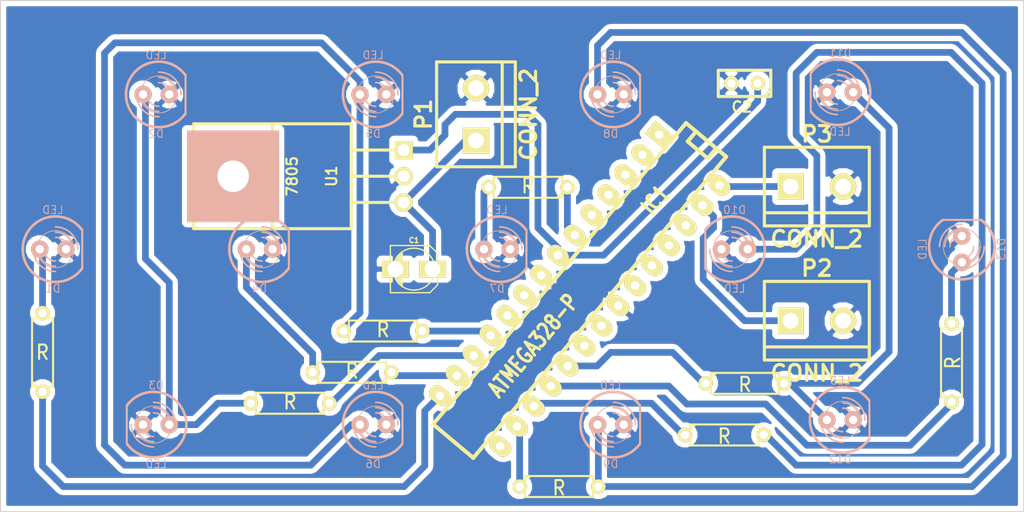
<source format=kicad_pcb>
(kicad_pcb (version 20171130) (host pcbnew "(5.1.12)-1")

  (general
    (thickness 1.6)
    (drawings 4)
    (tracks 116)
    (zones 0)
    (modules 29)
    (nets 24)
  )

  (page A4 portrait)
  (layers
    (0 F.Cu signal)
    (31 B.Cu signal)
    (32 B.Adhes user)
    (33 F.Adhes user)
    (34 B.Paste user)
    (35 F.Paste user)
    (36 B.SilkS user)
    (37 F.SilkS user)
    (38 B.Mask user)
    (39 F.Mask user)
    (40 Dwgs.User user)
    (41 Cmts.User user)
    (42 Eco1.User user)
    (43 Eco2.User user)
    (44 Edge.Cuts user)
  )

  (setup
    (last_trace_width 0.654)
    (trace_clearance 0.254)
    (zone_clearance 0.508)
    (zone_45_only no)
    (trace_min 0.654)
    (via_size 0.889)
    (via_drill 0.635)
    (via_min_size 0.889)
    (via_min_drill 0.508)
    (uvia_size 0.508)
    (uvia_drill 0.127)
    (uvias_allowed no)
    (uvia_min_size 0.508)
    (uvia_min_drill 0.127)
    (edge_width 0.1)
    (segment_width 0.2)
    (pcb_text_width 0.3)
    (pcb_text_size 1.5 1.5)
    (mod_edge_width 0.15)
    (mod_text_size 1 1)
    (mod_text_width 0.15)
    (pad_size 2.60096 1.6002)
    (pad_drill 1.524)
    (pad_to_mask_clearance 0)
    (aux_axis_origin 0 0)
    (visible_elements 7FFFFFFF)
    (pcbplotparams
      (layerselection 0x00030_ffffffff)
      (usegerberextensions false)
      (usegerberattributes true)
      (usegerberadvancedattributes true)
      (creategerberjobfile true)
      (excludeedgelayer true)
      (linewidth 0.150000)
      (plotframeref false)
      (viasonmask false)
      (mode 1)
      (useauxorigin false)
      (hpglpennumber 1)
      (hpglpenspeed 20)
      (hpglpendiameter 15.000000)
      (psnegative false)
      (psa4output false)
      (plotreference true)
      (plotvalue true)
      (plotinvisibletext false)
      (padsonsilk true)
      (subtractmaskfromsilk false)
      (outputformat 5)
      (mirror true)
      (drillshape 0)
      (scaleselection 1)
      (outputdirectory ""))
  )

  (net 0 "")
  (net 1 /BTN1)
  (net 2 /BTN2)
  (net 3 /PIN10)
  (net 4 /PIN11)
  (net 5 /PIN12)
  (net 6 /PIN13)
  (net 7 /PIN4)
  (net 8 /PIN5)
  (net 9 /PIN6)
  (net 10 /PIN7)
  (net 11 /PIN8)
  (net 12 /VI)
  (net 13 /VO)
  (net 14 GND)
  (net 15 N-000001)
  (net 16 N-0000010)
  (net 17 N-0000017)
  (net 18 N-000002)
  (net 19 N-0000035)
  (net 20 N-0000036)
  (net 21 N-0000037)
  (net 22 N-000005)
  (net 23 N-000008)

  (net_class Default "This is the default net class."
    (clearance 0.254)
    (trace_width 0.654)
    (via_dia 0.889)
    (via_drill 0.635)
    (uvia_dia 0.508)
    (uvia_drill 0.127)
    (add_net /BTN1)
    (add_net /BTN2)
    (add_net /PIN10)
    (add_net /PIN11)
    (add_net /PIN12)
    (add_net /PIN13)
    (add_net /PIN4)
    (add_net /PIN5)
    (add_net /PIN6)
    (add_net /PIN7)
    (add_net /PIN8)
    (add_net /VI)
    (add_net /VO)
    (add_net GND)
    (add_net N-000001)
    (add_net N-0000010)
    (add_net N-0000017)
    (add_net N-000002)
    (add_net N-0000035)
    (add_net N-0000036)
    (add_net N-0000037)
    (add_net N-000005)
    (add_net N-000008)
  )

  (module LED-5MM locked (layer B.Cu) (tedit 50ADE86B) (tstamp 55906C8B)
    (at 17.04 36.07)
    (descr "LED 5mm - Lead pitch 100mil (2,54mm)")
    (tags "LED led 5mm 5MM 100mil 2,54mm")
    (path /5590381C)
    (fp_text reference D1 (at 0 3.81) (layer B.SilkS)
      (effects (font (size 0.762 0.762) (thickness 0.0889)) (justify mirror))
    )
    (fp_text value LED (at 0 -3.81) (layer B.SilkS)
      (effects (font (size 0.762 0.762) (thickness 0.0889)) (justify mirror))
    )
    (fp_circle (center 0.254 0) (end -1.016 -1.27) (layer B.SilkS) (width 0.0762))
    (fp_line (start 2.8448 -1.905) (end 2.8448 1.905) (layer B.SilkS) (width 0.2032))
    (fp_arc (start 0.254 0) (end 2.794 -1.905) (angle -286.2) (layer B.SilkS) (width 0.254))
    (fp_arc (start 0.254 0) (end -0.889 0) (angle -90) (layer B.SilkS) (width 0.1524))
    (fp_arc (start 0.254 0) (end 1.397 0) (angle -90) (layer B.SilkS) (width 0.1524))
    (fp_arc (start 0.254 0) (end -1.397 0) (angle -90) (layer B.SilkS) (width 0.1524))
    (fp_arc (start 0.254 0) (end 1.905 0) (angle -90) (layer B.SilkS) (width 0.1524))
    (fp_arc (start 0.254 0) (end -1.905 0) (angle -90) (layer B.SilkS) (width 0.1524))
    (fp_arc (start 0.254 0) (end 2.413 0) (angle -90) (layer B.SilkS) (width 0.1524))
    (pad 1 thru_hole circle (at -1.27 0) (size 1.6764 1.6764) (drill 0.8128) (layers *.Cu *.Mask B.SilkS)
      (net 23 N-000008))
    (pad 2 thru_hole circle (at 1.27 0) (size 1.6764 1.6764) (drill 0.8128) (layers *.Cu *.Mask B.SilkS)
      (net 14 GND))
    (model discret/leds/led5_vertical_verde.wrl
      (at (xyz 0 0 0))
      (scale (xyz 1 1 1))
      (rotate (xyz 0 0 0))
    )
  )

  (module DIP-28__300_ELL locked (layer F.Cu) (tedit 200000) (tstamp 55907337)
    (at 68.04 40.07 230)
    (descr "28 pins DIL package, elliptical pads, width 300mil")
    (tags DIL)
    (path /559037C7)
    (fp_text reference IC1 (at -11.43 0 230) (layer F.SilkS)
      (effects (font (size 1.524 1.143) (thickness 0.3048)))
    )
    (fp_text value ATMEGA328-P (at 6.985 0 230) (layer F.SilkS)
      (effects (font (size 1.524 1.143) (thickness 0.3048)))
    )
    (fp_line (start -17.78 1.27) (end -19.05 1.27) (layer F.SilkS) (width 0.381))
    (fp_line (start -17.78 -1.27) (end -17.78 1.27) (layer F.SilkS) (width 0.381))
    (fp_line (start -19.05 -1.27) (end -17.78 -1.27) (layer F.SilkS) (width 0.381))
    (fp_line (start -19.05 2.54) (end -19.05 -2.54) (layer F.SilkS) (width 0.381))
    (fp_line (start 19.05 2.54) (end -19.05 2.54) (layer F.SilkS) (width 0.381))
    (fp_line (start 19.05 -2.54) (end 19.05 2.54) (layer F.SilkS) (width 0.381))
    (fp_line (start -19.05 -2.54) (end 19.05 -2.54) (layer F.SilkS) (width 0.381))
    (pad 2 thru_hole oval (at -13.97 3.81 230) (size 1.5748 2.286) (drill 0.8128) (layers *.Cu *.Mask F.SilkS))
    (pad 3 thru_hole oval (at -11.43 3.81 230) (size 1.5748 2.286) (drill 0.8128) (layers *.Cu *.Mask F.SilkS))
    (pad 4 thru_hole oval (at -8.89 3.81 230) (size 1.5748 2.286) (drill 0.8128) (layers *.Cu *.Mask F.SilkS))
    (pad 5 thru_hole oval (at -6.35 3.81 230) (size 1.5748 2.286) (drill 0.8128) (layers *.Cu *.Mask F.SilkS))
    (pad 6 thru_hole oval (at -3.81 3.81 230) (size 1.5748 2.286) (drill 0.8128) (layers *.Cu *.Mask F.SilkS)
      (net 7 /PIN4))
    (pad 7 thru_hole oval (at -1.27 3.81 230) (size 1.5748 2.286) (drill 0.8128) (layers *.Cu *.Mask F.SilkS)
      (net 13 /VO))
    (pad 8 thru_hole oval (at 1.27 3.81 230) (size 1.5748 2.286) (drill 0.8128) (layers *.Cu *.Mask F.SilkS)
      (net 14 GND))
    (pad 9 thru_hole oval (at 3.81 3.81 230) (size 1.5748 2.286) (drill 0.8128) (layers *.Cu *.Mask F.SilkS))
    (pad 10 thru_hole oval (at 6.35 3.81 230) (size 1.5748 2.286) (drill 0.8128) (layers *.Cu *.Mask F.SilkS))
    (pad 11 thru_hole oval (at 8.89 3.81 230) (size 1.5748 2.286) (drill 0.8128) (layers *.Cu *.Mask F.SilkS)
      (net 8 /PIN5))
    (pad 12 thru_hole oval (at 11.43 3.81 230) (size 1.5748 2.286) (drill 0.8128) (layers *.Cu *.Mask F.SilkS)
      (net 9 /PIN6))
    (pad 13 thru_hole oval (at 13.97 3.81 230) (size 1.5748 2.286) (drill 0.8128) (layers *.Cu *.Mask F.SilkS)
      (net 10 /PIN7))
    (pad 14 thru_hole oval (at 16.51 3.81 230) (size 1.5748 2.286) (drill 0.8128) (layers *.Cu *.Mask F.SilkS)
      (net 11 /PIN8))
    (pad 1 thru_hole rect (at -16.51 3.81 230) (size 1.5748 2.286) (drill 0.8128) (layers *.Cu *.Mask F.SilkS))
    (pad 15 thru_hole oval (at 16.51 -3.81 230) (size 1.5748 2.286) (drill 0.8128) (layers *.Cu *.Mask F.SilkS))
    (pad 16 thru_hole oval (at 13.97 -3.81 230) (size 1.5748 2.286) (drill 0.8128) (layers *.Cu *.Mask F.SilkS)
      (net 3 /PIN10))
    (pad 17 thru_hole oval (at 11.43 -3.81 230) (size 1.5748 2.286) (drill 0.8128) (layers *.Cu *.Mask F.SilkS)
      (net 4 /PIN11))
    (pad 18 thru_hole oval (at 8.89 -3.81 230) (size 1.5748 2.286) (drill 0.8128) (layers *.Cu *.Mask F.SilkS)
      (net 5 /PIN12))
    (pad 19 thru_hole oval (at 6.35 -3.81 230) (size 1.5748 2.286) (drill 0.8128) (layers *.Cu *.Mask F.SilkS)
      (net 6 /PIN13))
    (pad 20 thru_hole oval (at 3.81 -3.81 230) (size 1.5748 2.286) (drill 0.8128) (layers *.Cu *.Mask F.SilkS))
    (pad 21 thru_hole oval (at 1.27 -3.81 230) (size 1.5748 2.286) (drill 0.8128) (layers *.Cu *.Mask F.SilkS))
    (pad 22 thru_hole oval (at -1.27 -3.81 230) (size 1.5748 2.286) (drill 0.8128) (layers *.Cu *.Mask F.SilkS)
      (net 14 GND))
    (pad 23 thru_hole oval (at -3.81 -3.81 230) (size 1.5748 2.286) (drill 0.8128) (layers *.Cu *.Mask F.SilkS))
    (pad 24 thru_hole oval (at -6.35 -3.81 230) (size 1.5748 2.286) (drill 0.8128) (layers *.Cu *.Mask F.SilkS))
    (pad 25 thru_hole oval (at -8.89 -3.81 230) (size 1.5748 2.286) (drill 0.8128) (layers *.Cu *.Mask F.SilkS))
    (pad 26 thru_hole oval (at -11.43 -3.81 230) (size 1.5748 2.286) (drill 0.8128) (layers *.Cu *.Mask F.SilkS))
    (pad 27 thru_hole oval (at -13.97 -3.81 230) (size 1.5748 2.286) (drill 0.8128) (layers *.Cu *.Mask F.SilkS)
      (net 1 /BTN1))
    (pad 28 thru_hole oval (at -16.51 -3.81 230) (size 1.5748 2.286) (drill 0.8128) (layers *.Cu *.Mask F.SilkS)
      (net 2 /BTN2))
    (model dil/dil_28-w300.wrl
      (at (xyz 0 0 0))
      (scale (xyz 1 1 1))
      (rotate (xyz 0 0 0))
    )
  )

  (module R3 (layer F.Cu) (tedit 4E4C0E65) (tstamp 55907535)
    (at 40 51 180)
    (descr "Resitance 3 pas")
    (tags R)
    (path /559052C4)
    (autoplace_cost180 10)
    (fp_text reference R2 (at 0 0.127 180) (layer F.SilkS) hide
      (effects (font (size 1.397 1.27) (thickness 0.2032)))
    )
    (fp_text value R (at 0 0.127 180) (layer F.SilkS)
      (effects (font (size 1.397 1.27) (thickness 0.2032)))
    )
    (fp_line (start -3.302 -0.508) (end -2.794 -1.016) (layer F.SilkS) (width 0.2032))
    (fp_line (start 3.302 1.016) (end 3.302 0) (layer F.SilkS) (width 0.2032))
    (fp_line (start -3.302 1.016) (end 3.302 1.016) (layer F.SilkS) (width 0.2032))
    (fp_line (start -3.302 -1.016) (end -3.302 1.016) (layer F.SilkS) (width 0.2032))
    (fp_line (start 3.302 -1.016) (end -3.302 -1.016) (layer F.SilkS) (width 0.2032))
    (fp_line (start 3.302 0) (end 3.302 -1.016) (layer F.SilkS) (width 0.2032))
    (fp_line (start 3.81 0) (end 3.302 0) (layer F.SilkS) (width 0.2032))
    (fp_line (start -3.81 0) (end -3.302 0) (layer F.SilkS) (width 0.2032))
    (pad 1 thru_hole circle (at -3.81 0 180) (size 1.397 1.397) (drill 0.8128) (layers *.Cu *.Mask F.SilkS)
      (net 9 /PIN6))
    (pad 2 thru_hole circle (at 3.81 0 180) (size 1.397 1.397) (drill 0.8128) (layers *.Cu *.Mask F.SilkS)
      (net 17 N-0000017))
    (model discret/resistor.wrl
      (at (xyz 0 0 0))
      (scale (xyz 0.3 0.3 0.3))
      (rotate (xyz 0 0 0))
    )
  )

  (module LED-5MM locked (layer B.Cu) (tedit 50ADE86B) (tstamp 5590656A)
    (at 27.04 21.07)
    (descr "LED 5mm - Lead pitch 100mil (2,54mm)")
    (tags "LED led 5mm 5MM 100mil 2,54mm")
    (path /559052B8)
    (fp_text reference D2 (at 0 3.81) (layer B.SilkS)
      (effects (font (size 0.762 0.762) (thickness 0.0889)) (justify mirror))
    )
    (fp_text value LED (at 0 -3.81) (layer B.SilkS)
      (effects (font (size 0.762 0.762) (thickness 0.0889)) (justify mirror))
    )
    (fp_circle (center 0.254 0) (end -1.016 -1.27) (layer B.SilkS) (width 0.0762))
    (fp_line (start 2.8448 -1.905) (end 2.8448 1.905) (layer B.SilkS) (width 0.2032))
    (fp_arc (start 0.254 0) (end 2.794 -1.905) (angle -286.2) (layer B.SilkS) (width 0.254))
    (fp_arc (start 0.254 0) (end -0.889 0) (angle -90) (layer B.SilkS) (width 0.1524))
    (fp_arc (start 0.254 0) (end 1.397 0) (angle -90) (layer B.SilkS) (width 0.1524))
    (fp_arc (start 0.254 0) (end -1.397 0) (angle -90) (layer B.SilkS) (width 0.1524))
    (fp_arc (start 0.254 0) (end 1.905 0) (angle -90) (layer B.SilkS) (width 0.1524))
    (fp_arc (start 0.254 0) (end -1.905 0) (angle -90) (layer B.SilkS) (width 0.1524))
    (fp_arc (start 0.254 0) (end 2.413 0) (angle -90) (layer B.SilkS) (width 0.1524))
    (pad 1 thru_hole circle (at -1.27 0) (size 1.6764 1.6764) (drill 0.8128) (layers *.Cu *.Mask B.SilkS)
      (net 17 N-0000017))
    (pad 2 thru_hole circle (at 1.27 0) (size 1.6764 1.6764) (drill 0.8128) (layers *.Cu *.Mask B.SilkS)
      (net 14 GND))
    (model discret/leds/led5_vertical_verde.wrl
      (at (xyz 0 0 0))
      (scale (xyz 1 1 1))
      (rotate (xyz 0 0 0))
    )
  )

  (module LED-5MM (layer B.Cu) (tedit 50ADE86B) (tstamp 5590655A)
    (at 27.04 53.07 180)
    (descr "LED 5mm - Lead pitch 100mil (2,54mm)")
    (tags "LED led 5mm 5MM 100mil 2,54mm")
    (path /559052BE)
    (fp_text reference D3 (at 0 3.81 180) (layer B.SilkS)
      (effects (font (size 0.762 0.762) (thickness 0.0889)) (justify mirror))
    )
    (fp_text value LED (at 0 -3.81 180) (layer B.SilkS)
      (effects (font (size 0.762 0.762) (thickness 0.0889)) (justify mirror))
    )
    (fp_circle (center 0.254 0) (end -1.016 -1.27) (layer B.SilkS) (width 0.0762))
    (fp_line (start 2.8448 -1.905) (end 2.8448 1.905) (layer B.SilkS) (width 0.2032))
    (fp_arc (start 0.254 0) (end 2.794 -1.905) (angle -286.2) (layer B.SilkS) (width 0.254))
    (fp_arc (start 0.254 0) (end -0.889 0) (angle -90) (layer B.SilkS) (width 0.1524))
    (fp_arc (start 0.254 0) (end 1.397 0) (angle -90) (layer B.SilkS) (width 0.1524))
    (fp_arc (start 0.254 0) (end -1.397 0) (angle -90) (layer B.SilkS) (width 0.1524))
    (fp_arc (start 0.254 0) (end 1.905 0) (angle -90) (layer B.SilkS) (width 0.1524))
    (fp_arc (start 0.254 0) (end -1.905 0) (angle -90) (layer B.SilkS) (width 0.1524))
    (fp_arc (start 0.254 0) (end 2.413 0) (angle -90) (layer B.SilkS) (width 0.1524))
    (pad 1 thru_hole circle (at -1.27 0 180) (size 1.6764 1.6764) (drill 0.8128) (layers *.Cu *.Mask B.SilkS)
      (net 17 N-0000017))
    (pad 2 thru_hole circle (at 1.27 0 180) (size 1.6764 1.6764) (drill 0.8128) (layers *.Cu *.Mask B.SilkS)
      (net 14 GND))
    (model discret/leds/led5_vertical_verde.wrl
      (at (xyz 0 0 0))
      (scale (xyz 1 1 1))
      (rotate (xyz 0 0 0))
    )
  )

  (module R3 (layer F.Cu) (tedit 4E4C0E65) (tstamp 5590654A)
    (at 46 48 180)
    (descr "Resitance 3 pas")
    (tags R)
    (path /55905725)
    (autoplace_cost180 10)
    (fp_text reference R3 (at 0 0.127 180) (layer F.SilkS) hide
      (effects (font (size 1.397 1.27) (thickness 0.2032)))
    )
    (fp_text value R (at 0 0.127 180) (layer F.SilkS)
      (effects (font (size 1.397 1.27) (thickness 0.2032)))
    )
    (fp_line (start -3.302 -0.508) (end -2.794 -1.016) (layer F.SilkS) (width 0.2032))
    (fp_line (start 3.302 1.016) (end 3.302 0) (layer F.SilkS) (width 0.2032))
    (fp_line (start -3.302 1.016) (end 3.302 1.016) (layer F.SilkS) (width 0.2032))
    (fp_line (start -3.302 -1.016) (end -3.302 1.016) (layer F.SilkS) (width 0.2032))
    (fp_line (start 3.302 -1.016) (end -3.302 -1.016) (layer F.SilkS) (width 0.2032))
    (fp_line (start 3.302 0) (end 3.302 -1.016) (layer F.SilkS) (width 0.2032))
    (fp_line (start 3.81 0) (end 3.302 0) (layer F.SilkS) (width 0.2032))
    (fp_line (start -3.81 0) (end -3.302 0) (layer F.SilkS) (width 0.2032))
    (pad 1 thru_hole circle (at -3.81 0 180) (size 1.397 1.397) (drill 0.8128) (layers *.Cu *.Mask F.SilkS)
      (net 10 /PIN7))
    (pad 2 thru_hole circle (at 3.81 0 180) (size 1.397 1.397) (drill 0.8128) (layers *.Cu *.Mask F.SilkS)
      (net 16 N-0000010))
    (model discret/resistor.wrl
      (at (xyz 0 0 0))
      (scale (xyz 0.3 0.3 0.3))
      (rotate (xyz 0 0 0))
    )
  )

  (module R3 (layer F.Cu) (tedit 4E4C0E65) (tstamp 5590653B)
    (at 104.04 47.07 90)
    (descr "Resitance 3 pas")
    (tags R)
    (path /55905952)
    (autoplace_cost180 10)
    (fp_text reference R9 (at 0 0.127 90) (layer F.SilkS) hide
      (effects (font (size 1.397 1.27) (thickness 0.2032)))
    )
    (fp_text value R (at 0 0.127 90) (layer F.SilkS)
      (effects (font (size 1.397 1.27) (thickness 0.2032)))
    )
    (fp_line (start -3.302 -0.508) (end -2.794 -1.016) (layer F.SilkS) (width 0.2032))
    (fp_line (start 3.302 1.016) (end 3.302 0) (layer F.SilkS) (width 0.2032))
    (fp_line (start -3.302 1.016) (end 3.302 1.016) (layer F.SilkS) (width 0.2032))
    (fp_line (start -3.302 -1.016) (end -3.302 1.016) (layer F.SilkS) (width 0.2032))
    (fp_line (start 3.302 -1.016) (end -3.302 -1.016) (layer F.SilkS) (width 0.2032))
    (fp_line (start 3.302 0) (end 3.302 -1.016) (layer F.SilkS) (width 0.2032))
    (fp_line (start 3.81 0) (end 3.302 0) (layer F.SilkS) (width 0.2032))
    (fp_line (start -3.81 0) (end -3.302 0) (layer F.SilkS) (width 0.2032))
    (pad 1 thru_hole circle (at -3.81 0 90) (size 1.397 1.397) (drill 0.8128) (layers *.Cu *.Mask F.SilkS)
      (net 5 /PIN12))
    (pad 2 thru_hole circle (at 3.81 0 90) (size 1.397 1.397) (drill 0.8128) (layers *.Cu *.Mask F.SilkS)
      (net 22 N-000005))
    (model discret/resistor.wrl
      (at (xyz 0 0 0))
      (scale (xyz 0.3 0.3 0.3))
      (rotate (xyz 0 0 0))
    )
  )

  (module R3 (layer F.Cu) (tedit 4E4C0E65) (tstamp 5595C6B4)
    (at 84.04 49.07)
    (descr "Resitance 3 pas")
    (tags R)
    (path /5590593D)
    (autoplace_cost180 10)
    (fp_text reference R8 (at 0 0.127) (layer F.SilkS) hide
      (effects (font (size 1.397 1.27) (thickness 0.2032)))
    )
    (fp_text value R (at 0 0.127) (layer F.SilkS)
      (effects (font (size 1.397 1.27) (thickness 0.2032)))
    )
    (fp_line (start -3.302 -0.508) (end -2.794 -1.016) (layer F.SilkS) (width 0.2032))
    (fp_line (start 3.302 1.016) (end 3.302 0) (layer F.SilkS) (width 0.2032))
    (fp_line (start -3.302 1.016) (end 3.302 1.016) (layer F.SilkS) (width 0.2032))
    (fp_line (start -3.302 -1.016) (end -3.302 1.016) (layer F.SilkS) (width 0.2032))
    (fp_line (start 3.302 -1.016) (end -3.302 -1.016) (layer F.SilkS) (width 0.2032))
    (fp_line (start 3.302 0) (end 3.302 -1.016) (layer F.SilkS) (width 0.2032))
    (fp_line (start 3.81 0) (end 3.302 0) (layer F.SilkS) (width 0.2032))
    (fp_line (start -3.81 0) (end -3.302 0) (layer F.SilkS) (width 0.2032))
    (pad 1 thru_hole circle (at -3.81 0) (size 1.397 1.397) (drill 0.8128) (layers *.Cu *.Mask F.SilkS)
      (net 6 /PIN13))
    (pad 2 thru_hole circle (at 3.81 0) (size 1.397 1.397) (drill 0.8128) (layers *.Cu *.Mask F.SilkS)
      (net 20 N-0000036))
    (model discret/resistor.wrl
      (at (xyz 0 0 0))
      (scale (xyz 0.3 0.3 0.3))
      (rotate (xyz 0 0 0))
    )
  )

  (module R3 (layer F.Cu) (tedit 4E4C0E65) (tstamp 55908A11)
    (at 82.04 54.07)
    (descr "Resitance 3 pas")
    (tags R)
    (path /559058CF)
    (autoplace_cost180 10)
    (fp_text reference R7 (at 0 0.127) (layer F.SilkS) hide
      (effects (font (size 1.397 1.27) (thickness 0.2032)))
    )
    (fp_text value R (at 0 0.127) (layer F.SilkS)
      (effects (font (size 1.397 1.27) (thickness 0.2032)))
    )
    (fp_line (start -3.302 -0.508) (end -2.794 -1.016) (layer F.SilkS) (width 0.2032))
    (fp_line (start 3.302 1.016) (end 3.302 0) (layer F.SilkS) (width 0.2032))
    (fp_line (start -3.302 1.016) (end 3.302 1.016) (layer F.SilkS) (width 0.2032))
    (fp_line (start -3.302 -1.016) (end -3.302 1.016) (layer F.SilkS) (width 0.2032))
    (fp_line (start 3.302 -1.016) (end -3.302 -1.016) (layer F.SilkS) (width 0.2032))
    (fp_line (start 3.302 0) (end 3.302 -1.016) (layer F.SilkS) (width 0.2032))
    (fp_line (start 3.81 0) (end 3.302 0) (layer F.SilkS) (width 0.2032))
    (fp_line (start -3.81 0) (end -3.302 0) (layer F.SilkS) (width 0.2032))
    (pad 1 thru_hole circle (at -3.81 0) (size 1.397 1.397) (drill 0.8128) (layers *.Cu *.Mask F.SilkS)
      (net 4 /PIN11))
    (pad 2 thru_hole circle (at 3.81 0) (size 1.397 1.397) (drill 0.8128) (layers *.Cu *.Mask F.SilkS)
      (net 18 N-000002))
    (model discret/resistor.wrl
      (at (xyz 0 0 0))
      (scale (xyz 0.3 0.3 0.3))
      (rotate (xyz 0 0 0))
    )
  )

  (module R3 (layer F.Cu) (tedit 4E4C0E65) (tstamp 5590650E)
    (at 66.04 59.07)
    (descr "Resitance 3 pas")
    (tags R)
    (path /559058A9)
    (autoplace_cost180 10)
    (fp_text reference R6 (at 0 0.127) (layer F.SilkS) hide
      (effects (font (size 1.397 1.27) (thickness 0.2032)))
    )
    (fp_text value R (at 0 0.127) (layer F.SilkS)
      (effects (font (size 1.397 1.27) (thickness 0.2032)))
    )
    (fp_line (start -3.302 -0.508) (end -2.794 -1.016) (layer F.SilkS) (width 0.2032))
    (fp_line (start 3.302 1.016) (end 3.302 0) (layer F.SilkS) (width 0.2032))
    (fp_line (start -3.302 1.016) (end 3.302 1.016) (layer F.SilkS) (width 0.2032))
    (fp_line (start -3.302 -1.016) (end -3.302 1.016) (layer F.SilkS) (width 0.2032))
    (fp_line (start 3.302 -1.016) (end -3.302 -1.016) (layer F.SilkS) (width 0.2032))
    (fp_line (start 3.302 0) (end 3.302 -1.016) (layer F.SilkS) (width 0.2032))
    (fp_line (start 3.81 0) (end 3.302 0) (layer F.SilkS) (width 0.2032))
    (fp_line (start -3.81 0) (end -3.302 0) (layer F.SilkS) (width 0.2032))
    (pad 1 thru_hole circle (at -3.81 0) (size 1.397 1.397) (drill 0.8128) (layers *.Cu *.Mask F.SilkS)
      (net 3 /PIN10))
    (pad 2 thru_hole circle (at 3.81 0) (size 1.397 1.397) (drill 0.8128) (layers *.Cu *.Mask F.SilkS)
      (net 19 N-0000035))
    (model discret/resistor.wrl
      (at (xyz 0 0 0))
      (scale (xyz 0.3 0.3 0.3))
      (rotate (xyz 0 0 0))
    )
  )

  (module R3 (layer F.Cu) (tedit 4E4C0E65) (tstamp 55907346)
    (at 63.04 30.07 180)
    (descr "Resitance 3 pas")
    (tags R)
    (path /559057C8)
    (autoplace_cost180 10)
    (fp_text reference R5 (at 0 0.127 180) (layer F.SilkS) hide
      (effects (font (size 1.397 1.27) (thickness 0.2032)))
    )
    (fp_text value R (at 0 0.127 180) (layer F.SilkS)
      (effects (font (size 1.397 1.27) (thickness 0.2032)))
    )
    (fp_line (start -3.302 -0.508) (end -2.794 -1.016) (layer F.SilkS) (width 0.2032))
    (fp_line (start 3.302 1.016) (end 3.302 0) (layer F.SilkS) (width 0.2032))
    (fp_line (start -3.302 1.016) (end 3.302 1.016) (layer F.SilkS) (width 0.2032))
    (fp_line (start -3.302 -1.016) (end -3.302 1.016) (layer F.SilkS) (width 0.2032))
    (fp_line (start 3.302 -1.016) (end -3.302 -1.016) (layer F.SilkS) (width 0.2032))
    (fp_line (start 3.302 0) (end 3.302 -1.016) (layer F.SilkS) (width 0.2032))
    (fp_line (start 3.81 0) (end 3.302 0) (layer F.SilkS) (width 0.2032))
    (fp_line (start -3.81 0) (end -3.302 0) (layer F.SilkS) (width 0.2032))
    (pad 1 thru_hole circle (at -3.81 0 180) (size 1.397 1.397) (drill 0.8128) (layers *.Cu *.Mask F.SilkS)
      (net 7 /PIN4))
    (pad 2 thru_hole circle (at 3.81 0 180) (size 1.397 1.397) (drill 0.8128) (layers *.Cu *.Mask F.SilkS)
      (net 15 N-000001))
    (model discret/resistor.wrl
      (at (xyz 0 0 0))
      (scale (xyz 0.3 0.3 0.3))
      (rotate (xyz 0 0 0))
    )
  )

  (module R3 (layer F.Cu) (tedit 4E4C0E65) (tstamp 55907355)
    (at 49 44 180)
    (descr "Resitance 3 pas")
    (tags R)
    (path /55905798)
    (autoplace_cost180 10)
    (fp_text reference R4 (at 0 0.127 180) (layer F.SilkS) hide
      (effects (font (size 1.397 1.27) (thickness 0.2032)))
    )
    (fp_text value R (at 0 0.127 180) (layer F.SilkS)
      (effects (font (size 1.397 1.27) (thickness 0.2032)))
    )
    (fp_line (start -3.302 -0.508) (end -2.794 -1.016) (layer F.SilkS) (width 0.2032))
    (fp_line (start 3.302 1.016) (end 3.302 0) (layer F.SilkS) (width 0.2032))
    (fp_line (start -3.302 1.016) (end 3.302 1.016) (layer F.SilkS) (width 0.2032))
    (fp_line (start -3.302 -1.016) (end -3.302 1.016) (layer F.SilkS) (width 0.2032))
    (fp_line (start 3.302 -1.016) (end -3.302 -1.016) (layer F.SilkS) (width 0.2032))
    (fp_line (start 3.302 0) (end 3.302 -1.016) (layer F.SilkS) (width 0.2032))
    (fp_line (start 3.81 0) (end 3.302 0) (layer F.SilkS) (width 0.2032))
    (fp_line (start -3.81 0) (end -3.302 0) (layer F.SilkS) (width 0.2032))
    (pad 1 thru_hole circle (at -3.81 0 180) (size 1.397 1.397) (drill 0.8128) (layers *.Cu *.Mask F.SilkS)
      (net 8 /PIN5))
    (pad 2 thru_hole circle (at 3.81 0 180) (size 1.397 1.397) (drill 0.8128) (layers *.Cu *.Mask F.SilkS)
      (net 21 N-0000037))
    (model discret/resistor.wrl
      (at (xyz 0 0 0))
      (scale (xyz 0.3 0.3 0.3))
      (rotate (xyz 0 0 0))
    )
  )

  (module LED-5MM (layer B.Cu) (tedit 50ADE86B) (tstamp 559064E1)
    (at 93.25 20.86 180)
    (descr "LED 5mm - Lead pitch 100mil (2,54mm)")
    (tags "LED led 5mm 5MM 100mil 2,54mm")
    (path /55905931)
    (fp_text reference D11 (at 0 3.81 180) (layer B.SilkS)
      (effects (font (size 0.762 0.762) (thickness 0.0889)) (justify mirror))
    )
    (fp_text value LED (at 0 -3.81 180) (layer B.SilkS)
      (effects (font (size 0.762 0.762) (thickness 0.0889)) (justify mirror))
    )
    (fp_circle (center 0.254 0) (end -1.016 -1.27) (layer B.SilkS) (width 0.0762))
    (fp_line (start 2.8448 -1.905) (end 2.8448 1.905) (layer B.SilkS) (width 0.2032))
    (fp_arc (start 0.254 0) (end 2.794 -1.905) (angle -286.2) (layer B.SilkS) (width 0.254))
    (fp_arc (start 0.254 0) (end -0.889 0) (angle -90) (layer B.SilkS) (width 0.1524))
    (fp_arc (start 0.254 0) (end 1.397 0) (angle -90) (layer B.SilkS) (width 0.1524))
    (fp_arc (start 0.254 0) (end -1.397 0) (angle -90) (layer B.SilkS) (width 0.1524))
    (fp_arc (start 0.254 0) (end 1.905 0) (angle -90) (layer B.SilkS) (width 0.1524))
    (fp_arc (start 0.254 0) (end -1.905 0) (angle -90) (layer B.SilkS) (width 0.1524))
    (fp_arc (start 0.254 0) (end 2.413 0) (angle -90) (layer B.SilkS) (width 0.1524))
    (pad 1 thru_hole circle (at -1.27 0 180) (size 1.6764 1.6764) (drill 0.8128) (layers *.Cu *.Mask B.SilkS)
      (net 20 N-0000036))
    (pad 2 thru_hole circle (at 1.27 0 180) (size 1.6764 1.6764) (drill 0.8128) (layers *.Cu *.Mask B.SilkS)
      (net 14 GND))
    (model discret/leds/led5_vertical_verde.wrl
      (at (xyz 0 0 0))
      (scale (xyz 1 1 1))
      (rotate (xyz 0 0 0))
    )
  )

  (module LED-5MM locked (layer B.Cu) (tedit 50ADE86B) (tstamp 559064D1)
    (at 48.04 53.07)
    (descr "LED 5mm - Lead pitch 100mil (2,54mm)")
    (tags "LED led 5mm 5MM 100mil 2,54mm")
    (path /55905792)
    (fp_text reference D6 (at 0 3.81) (layer B.SilkS)
      (effects (font (size 0.762 0.762) (thickness 0.0889)) (justify mirror))
    )
    (fp_text value LED (at 0 -3.81) (layer B.SilkS)
      (effects (font (size 0.762 0.762) (thickness 0.0889)) (justify mirror))
    )
    (fp_circle (center 0.254 0) (end -1.016 -1.27) (layer B.SilkS) (width 0.0762))
    (fp_line (start 2.8448 -1.905) (end 2.8448 1.905) (layer B.SilkS) (width 0.2032))
    (fp_arc (start 0.254 0) (end 2.794 -1.905) (angle -286.2) (layer B.SilkS) (width 0.254))
    (fp_arc (start 0.254 0) (end -0.889 0) (angle -90) (layer B.SilkS) (width 0.1524))
    (fp_arc (start 0.254 0) (end 1.397 0) (angle -90) (layer B.SilkS) (width 0.1524))
    (fp_arc (start 0.254 0) (end -1.397 0) (angle -90) (layer B.SilkS) (width 0.1524))
    (fp_arc (start 0.254 0) (end 1.905 0) (angle -90) (layer B.SilkS) (width 0.1524))
    (fp_arc (start 0.254 0) (end -1.905 0) (angle -90) (layer B.SilkS) (width 0.1524))
    (fp_arc (start 0.254 0) (end 2.413 0) (angle -90) (layer B.SilkS) (width 0.1524))
    (pad 1 thru_hole circle (at -1.27 0) (size 1.6764 1.6764) (drill 0.8128) (layers *.Cu *.Mask B.SilkS)
      (net 21 N-0000037))
    (pad 2 thru_hole circle (at 1.27 0) (size 1.6764 1.6764) (drill 0.8128) (layers *.Cu *.Mask B.SilkS)
      (net 14 GND))
    (model discret/leds/led5_vertical_verde.wrl
      (at (xyz 0 0 0))
      (scale (xyz 1 1 1))
      (rotate (xyz 0 0 0))
    )
  )

  (module LED-5MM locked (layer B.Cu) (tedit 50ADE86B) (tstamp 559064C1)
    (at 60.04 36.07)
    (descr "LED 5mm - Lead pitch 100mil (2,54mm)")
    (tags "LED led 5mm 5MM 100mil 2,54mm")
    (path /559057C2)
    (fp_text reference D7 (at 0 3.81) (layer B.SilkS)
      (effects (font (size 0.762 0.762) (thickness 0.0889)) (justify mirror))
    )
    (fp_text value LED (at 0 -3.81) (layer B.SilkS)
      (effects (font (size 0.762 0.762) (thickness 0.0889)) (justify mirror))
    )
    (fp_circle (center 0.254 0) (end -1.016 -1.27) (layer B.SilkS) (width 0.0762))
    (fp_line (start 2.8448 -1.905) (end 2.8448 1.905) (layer B.SilkS) (width 0.2032))
    (fp_arc (start 0.254 0) (end 2.794 -1.905) (angle -286.2) (layer B.SilkS) (width 0.254))
    (fp_arc (start 0.254 0) (end -0.889 0) (angle -90) (layer B.SilkS) (width 0.1524))
    (fp_arc (start 0.254 0) (end 1.397 0) (angle -90) (layer B.SilkS) (width 0.1524))
    (fp_arc (start 0.254 0) (end -1.397 0) (angle -90) (layer B.SilkS) (width 0.1524))
    (fp_arc (start 0.254 0) (end 1.905 0) (angle -90) (layer B.SilkS) (width 0.1524))
    (fp_arc (start 0.254 0) (end -1.905 0) (angle -90) (layer B.SilkS) (width 0.1524))
    (fp_arc (start 0.254 0) (end 2.413 0) (angle -90) (layer B.SilkS) (width 0.1524))
    (pad 1 thru_hole circle (at -1.27 0) (size 1.6764 1.6764) (drill 0.8128) (layers *.Cu *.Mask B.SilkS)
      (net 15 N-000001))
    (pad 2 thru_hole circle (at 1.27 0) (size 1.6764 1.6764) (drill 0.8128) (layers *.Cu *.Mask B.SilkS)
      (net 14 GND))
    (model discret/leds/led5_vertical_verde.wrl
      (at (xyz 0 0 0))
      (scale (xyz 1 1 1))
      (rotate (xyz 0 0 0))
    )
  )

  (module LED-5MM locked (layer B.Cu) (tedit 50ADE86B) (tstamp 55907002)
    (at 93.25 52.61)
    (descr "LED 5mm - Lead pitch 100mil (2,54mm)")
    (tags "LED led 5mm 5MM 100mil 2,54mm")
    (path /55905937)
    (fp_text reference D12 (at 0 3.81) (layer B.SilkS)
      (effects (font (size 0.762 0.762) (thickness 0.0889)) (justify mirror))
    )
    (fp_text value LED (at 0 -3.81) (layer B.SilkS)
      (effects (font (size 0.762 0.762) (thickness 0.0889)) (justify mirror))
    )
    (fp_circle (center 0.254 0) (end -1.016 -1.27) (layer B.SilkS) (width 0.0762))
    (fp_line (start 2.8448 -1.905) (end 2.8448 1.905) (layer B.SilkS) (width 0.2032))
    (fp_arc (start 0.254 0) (end 2.794 -1.905) (angle -286.2) (layer B.SilkS) (width 0.254))
    (fp_arc (start 0.254 0) (end -0.889 0) (angle -90) (layer B.SilkS) (width 0.1524))
    (fp_arc (start 0.254 0) (end 1.397 0) (angle -90) (layer B.SilkS) (width 0.1524))
    (fp_arc (start 0.254 0) (end -1.397 0) (angle -90) (layer B.SilkS) (width 0.1524))
    (fp_arc (start 0.254 0) (end 1.905 0) (angle -90) (layer B.SilkS) (width 0.1524))
    (fp_arc (start 0.254 0) (end -1.905 0) (angle -90) (layer B.SilkS) (width 0.1524))
    (fp_arc (start 0.254 0) (end 2.413 0) (angle -90) (layer B.SilkS) (width 0.1524))
    (pad 1 thru_hole circle (at -1.27 0) (size 1.6764 1.6764) (drill 0.8128) (layers *.Cu *.Mask B.SilkS)
      (net 20 N-0000036))
    (pad 2 thru_hole circle (at 1.27 0) (size 1.6764 1.6764) (drill 0.8128) (layers *.Cu *.Mask B.SilkS)
      (net 14 GND))
    (model discret/leds/led5_vertical_verde.wrl
      (at (xyz 0 0 0))
      (scale (xyz 1 1 1))
      (rotate (xyz 0 0 0))
    )
  )

  (module LED-5MM (layer B.Cu) (tedit 50ADE86B) (tstamp 559064A1)
    (at 48.04 21.07)
    (descr "LED 5mm - Lead pitch 100mil (2,54mm)")
    (tags "LED led 5mm 5MM 100mil 2,54mm")
    (path /5590578C)
    (fp_text reference D5 (at 0 3.81) (layer B.SilkS)
      (effects (font (size 0.762 0.762) (thickness 0.0889)) (justify mirror))
    )
    (fp_text value LED (at 0 -3.81) (layer B.SilkS)
      (effects (font (size 0.762 0.762) (thickness 0.0889)) (justify mirror))
    )
    (fp_circle (center 0.254 0) (end -1.016 -1.27) (layer B.SilkS) (width 0.0762))
    (fp_line (start 2.8448 -1.905) (end 2.8448 1.905) (layer B.SilkS) (width 0.2032))
    (fp_arc (start 0.254 0) (end 2.794 -1.905) (angle -286.2) (layer B.SilkS) (width 0.254))
    (fp_arc (start 0.254 0) (end -0.889 0) (angle -90) (layer B.SilkS) (width 0.1524))
    (fp_arc (start 0.254 0) (end 1.397 0) (angle -90) (layer B.SilkS) (width 0.1524))
    (fp_arc (start 0.254 0) (end -1.397 0) (angle -90) (layer B.SilkS) (width 0.1524))
    (fp_arc (start 0.254 0) (end 1.905 0) (angle -90) (layer B.SilkS) (width 0.1524))
    (fp_arc (start 0.254 0) (end -1.905 0) (angle -90) (layer B.SilkS) (width 0.1524))
    (fp_arc (start 0.254 0) (end 2.413 0) (angle -90) (layer B.SilkS) (width 0.1524))
    (pad 1 thru_hole circle (at -1.27 0) (size 1.6764 1.6764) (drill 0.8128) (layers *.Cu *.Mask B.SilkS)
      (net 21 N-0000037))
    (pad 2 thru_hole circle (at 1.27 0) (size 1.6764 1.6764) (drill 0.8128) (layers *.Cu *.Mask B.SilkS)
      (net 14 GND))
    (model discret/leds/led5_vertical_verde.wrl
      (at (xyz 0 0 0))
      (scale (xyz 1 1 1))
      (rotate (xyz 0 0 0))
    )
  )

  (module LED-5MM locked (layer B.Cu) (tedit 50ADE86B) (tstamp 55906491)
    (at 71.04 21.07)
    (descr "LED 5mm - Lead pitch 100mil (2,54mm)")
    (tags "LED led 5mm 5MM 100mil 2,54mm")
    (path /5590589D)
    (fp_text reference D8 (at 0 3.81) (layer B.SilkS)
      (effects (font (size 0.762 0.762) (thickness 0.0889)) (justify mirror))
    )
    (fp_text value LED (at 0 -3.81) (layer B.SilkS)
      (effects (font (size 0.762 0.762) (thickness 0.0889)) (justify mirror))
    )
    (fp_circle (center 0.254 0) (end -1.016 -1.27) (layer B.SilkS) (width 0.0762))
    (fp_line (start 2.8448 -1.905) (end 2.8448 1.905) (layer B.SilkS) (width 0.2032))
    (fp_arc (start 0.254 0) (end 2.794 -1.905) (angle -286.2) (layer B.SilkS) (width 0.254))
    (fp_arc (start 0.254 0) (end -0.889 0) (angle -90) (layer B.SilkS) (width 0.1524))
    (fp_arc (start 0.254 0) (end 1.397 0) (angle -90) (layer B.SilkS) (width 0.1524))
    (fp_arc (start 0.254 0) (end -1.397 0) (angle -90) (layer B.SilkS) (width 0.1524))
    (fp_arc (start 0.254 0) (end 1.905 0) (angle -90) (layer B.SilkS) (width 0.1524))
    (fp_arc (start 0.254 0) (end -1.905 0) (angle -90) (layer B.SilkS) (width 0.1524))
    (fp_arc (start 0.254 0) (end 2.413 0) (angle -90) (layer B.SilkS) (width 0.1524))
    (pad 1 thru_hole circle (at -1.27 0) (size 1.6764 1.6764) (drill 0.8128) (layers *.Cu *.Mask B.SilkS)
      (net 19 N-0000035))
    (pad 2 thru_hole circle (at 1.27 0) (size 1.6764 1.6764) (drill 0.8128) (layers *.Cu *.Mask B.SilkS)
      (net 14 GND))
    (model discret/leds/led5_vertical_verde.wrl
      (at (xyz 0 0 0))
      (scale (xyz 1 1 1))
      (rotate (xyz 0 0 0))
    )
  )

  (module LED-5MM locked (layer B.Cu) (tedit 50ADE86B) (tstamp 55906481)
    (at 71.04 53.07)
    (descr "LED 5mm - Lead pitch 100mil (2,54mm)")
    (tags "LED led 5mm 5MM 100mil 2,54mm")
    (path /559058A3)
    (fp_text reference D9 (at 0 3.81) (layer B.SilkS)
      (effects (font (size 0.762 0.762) (thickness 0.0889)) (justify mirror))
    )
    (fp_text value LED (at 0 -3.81) (layer B.SilkS)
      (effects (font (size 0.762 0.762) (thickness 0.0889)) (justify mirror))
    )
    (fp_circle (center 0.254 0) (end -1.016 -1.27) (layer B.SilkS) (width 0.0762))
    (fp_line (start 2.8448 -1.905) (end 2.8448 1.905) (layer B.SilkS) (width 0.2032))
    (fp_arc (start 0.254 0) (end 2.794 -1.905) (angle -286.2) (layer B.SilkS) (width 0.254))
    (fp_arc (start 0.254 0) (end -0.889 0) (angle -90) (layer B.SilkS) (width 0.1524))
    (fp_arc (start 0.254 0) (end 1.397 0) (angle -90) (layer B.SilkS) (width 0.1524))
    (fp_arc (start 0.254 0) (end -1.397 0) (angle -90) (layer B.SilkS) (width 0.1524))
    (fp_arc (start 0.254 0) (end 1.905 0) (angle -90) (layer B.SilkS) (width 0.1524))
    (fp_arc (start 0.254 0) (end -1.905 0) (angle -90) (layer B.SilkS) (width 0.1524))
    (fp_arc (start 0.254 0) (end 2.413 0) (angle -90) (layer B.SilkS) (width 0.1524))
    (pad 1 thru_hole circle (at -1.27 0) (size 1.6764 1.6764) (drill 0.8128) (layers *.Cu *.Mask B.SilkS)
      (net 19 N-0000035))
    (pad 2 thru_hole circle (at 1.27 0) (size 1.6764 1.6764) (drill 0.8128) (layers *.Cu *.Mask B.SilkS)
      (net 14 GND))
    (model discret/leds/led5_vertical_verde.wrl
      (at (xyz 0 0 0))
      (scale (xyz 1 1 1))
      (rotate (xyz 0 0 0))
    )
  )

  (module LED-5MM (layer B.Cu) (tedit 50ADE86B) (tstamp 55906471)
    (at 37.04 36.07)
    (descr "LED 5mm - Lead pitch 100mil (2,54mm)")
    (tags "LED led 5mm 5MM 100mil 2,54mm")
    (path /5590571F)
    (fp_text reference D4 (at 0 3.81) (layer B.SilkS)
      (effects (font (size 0.762 0.762) (thickness 0.0889)) (justify mirror))
    )
    (fp_text value LED (at 0 -3.81) (layer B.SilkS)
      (effects (font (size 0.762 0.762) (thickness 0.0889)) (justify mirror))
    )
    (fp_circle (center 0.254 0) (end -1.016 -1.27) (layer B.SilkS) (width 0.0762))
    (fp_line (start 2.8448 -1.905) (end 2.8448 1.905) (layer B.SilkS) (width 0.2032))
    (fp_arc (start 0.254 0) (end 2.794 -1.905) (angle -286.2) (layer B.SilkS) (width 0.254))
    (fp_arc (start 0.254 0) (end -0.889 0) (angle -90) (layer B.SilkS) (width 0.1524))
    (fp_arc (start 0.254 0) (end 1.397 0) (angle -90) (layer B.SilkS) (width 0.1524))
    (fp_arc (start 0.254 0) (end -1.397 0) (angle -90) (layer B.SilkS) (width 0.1524))
    (fp_arc (start 0.254 0) (end 1.905 0) (angle -90) (layer B.SilkS) (width 0.1524))
    (fp_arc (start 0.254 0) (end -1.905 0) (angle -90) (layer B.SilkS) (width 0.1524))
    (fp_arc (start 0.254 0) (end 2.413 0) (angle -90) (layer B.SilkS) (width 0.1524))
    (pad 1 thru_hole circle (at -1.27 0) (size 1.6764 1.6764) (drill 0.8128) (layers *.Cu *.Mask B.SilkS)
      (net 16 N-0000010))
    (pad 2 thru_hole circle (at 1.27 0) (size 1.6764 1.6764) (drill 0.8128) (layers *.Cu *.Mask B.SilkS)
      (net 14 GND))
    (model discret/leds/led5_vertical_verde.wrl
      (at (xyz 0 0 0))
      (scale (xyz 1 1 1))
      (rotate (xyz 0 0 0))
    )
  )

  (module LED-5MM (layer B.Cu) (tedit 50ADE86B) (tstamp 55906CDC)
    (at 105.04 36.07 90)
    (descr "LED 5mm - Lead pitch 100mil (2,54mm)")
    (tags "LED led 5mm 5MM 100mil 2,54mm")
    (path /5590594C)
    (fp_text reference D13 (at 0 3.81 90) (layer B.SilkS)
      (effects (font (size 0.762 0.762) (thickness 0.0889)) (justify mirror))
    )
    (fp_text value LED (at 0 -3.81 90) (layer B.SilkS)
      (effects (font (size 0.762 0.762) (thickness 0.0889)) (justify mirror))
    )
    (fp_circle (center 0.254 0) (end -1.016 -1.27) (layer B.SilkS) (width 0.0762))
    (fp_line (start 2.8448 -1.905) (end 2.8448 1.905) (layer B.SilkS) (width 0.2032))
    (fp_arc (start 0.254 0) (end 2.794 -1.905) (angle -286.2) (layer B.SilkS) (width 0.254))
    (fp_arc (start 0.254 0) (end -0.889 0) (angle -90) (layer B.SilkS) (width 0.1524))
    (fp_arc (start 0.254 0) (end 1.397 0) (angle -90) (layer B.SilkS) (width 0.1524))
    (fp_arc (start 0.254 0) (end -1.397 0) (angle -90) (layer B.SilkS) (width 0.1524))
    (fp_arc (start 0.254 0) (end 1.905 0) (angle -90) (layer B.SilkS) (width 0.1524))
    (fp_arc (start 0.254 0) (end -1.905 0) (angle -90) (layer B.SilkS) (width 0.1524))
    (fp_arc (start 0.254 0) (end 2.413 0) (angle -90) (layer B.SilkS) (width 0.1524))
    (pad 1 thru_hole circle (at -1.27 0 90) (size 1.6764 1.6764) (drill 0.8128) (layers *.Cu *.Mask B.SilkS)
      (net 22 N-000005))
    (pad 2 thru_hole circle (at 1.27 0 90) (size 1.6764 1.6764) (drill 0.8128) (layers *.Cu *.Mask B.SilkS)
      (net 14 GND))
    (model discret/leds/led5_vertical_verde.wrl
      (at (xyz 0 0 0))
      (scale (xyz 1 1 1))
      (rotate (xyz 0 0 0))
    )
  )

  (module LED-5MM (layer B.Cu) (tedit 50ADE86B) (tstamp 55906451)
    (at 83.04 36.07 180)
    (descr "LED 5mm - Lead pitch 100mil (2,54mm)")
    (tags "LED led 5mm 5MM 100mil 2,54mm")
    (path /559058C9)
    (fp_text reference D10 (at 0 3.81 180) (layer B.SilkS)
      (effects (font (size 0.762 0.762) (thickness 0.0889)) (justify mirror))
    )
    (fp_text value LED (at 0 -3.81 180) (layer B.SilkS)
      (effects (font (size 0.762 0.762) (thickness 0.0889)) (justify mirror))
    )
    (fp_circle (center 0.254 0) (end -1.016 -1.27) (layer B.SilkS) (width 0.0762))
    (fp_line (start 2.8448 -1.905) (end 2.8448 1.905) (layer B.SilkS) (width 0.2032))
    (fp_arc (start 0.254 0) (end 2.794 -1.905) (angle -286.2) (layer B.SilkS) (width 0.254))
    (fp_arc (start 0.254 0) (end -0.889 0) (angle -90) (layer B.SilkS) (width 0.1524))
    (fp_arc (start 0.254 0) (end 1.397 0) (angle -90) (layer B.SilkS) (width 0.1524))
    (fp_arc (start 0.254 0) (end -1.397 0) (angle -90) (layer B.SilkS) (width 0.1524))
    (fp_arc (start 0.254 0) (end 1.905 0) (angle -90) (layer B.SilkS) (width 0.1524))
    (fp_arc (start 0.254 0) (end -1.905 0) (angle -90) (layer B.SilkS) (width 0.1524))
    (fp_arc (start 0.254 0) (end 2.413 0) (angle -90) (layer B.SilkS) (width 0.1524))
    (pad 1 thru_hole circle (at -1.27 0 180) (size 1.6764 1.6764) (drill 0.8128) (layers *.Cu *.Mask B.SilkS)
      (net 18 N-000002))
    (pad 2 thru_hole circle (at 1.27 0 180) (size 1.6764 1.6764) (drill 0.8128) (layers *.Cu *.Mask B.SilkS)
      (net 14 GND))
    (model discret/leds/led5_vertical_verde.wrl
      (at (xyz 0 0 0))
      (scale (xyz 1 1 1))
      (rotate (xyz 0 0 0))
    )
  )

  (module R3 (layer F.Cu) (tedit 55906959) (tstamp 559070E6)
    (at 16.04 46.07 90)
    (descr "Resitance 3 pas")
    (tags R)
    (path /559048D3)
    (autoplace_cost180 10)
    (fp_text reference R1 (at 0 0.127 90) (layer F.SilkS) hide
      (effects (font (size 1.397 1.27) (thickness 0.2032)))
    )
    (fp_text value R (at 0 0 180) (layer F.SilkS)
      (effects (font (size 1.397 1.27) (thickness 0.2032)))
    )
    (fp_line (start -3.302 -0.508) (end -2.794 -1.016) (layer F.SilkS) (width 0.2032))
    (fp_line (start 3.302 1.016) (end 3.302 0) (layer F.SilkS) (width 0.2032))
    (fp_line (start -3.302 1.016) (end 3.302 1.016) (layer F.SilkS) (width 0.2032))
    (fp_line (start -3.302 -1.016) (end -3.302 1.016) (layer F.SilkS) (width 0.2032))
    (fp_line (start 3.302 -1.016) (end -3.302 -1.016) (layer F.SilkS) (width 0.2032))
    (fp_line (start 3.302 0) (end 3.302 -1.016) (layer F.SilkS) (width 0.2032))
    (fp_line (start 3.81 0) (end 3.302 0) (layer F.SilkS) (width 0.2032))
    (fp_line (start -3.81 0) (end -3.302 0) (layer F.SilkS) (width 0.2032))
    (pad 1 thru_hole circle (at -3.81 0 90) (size 1.397 1.397) (drill 0.8128) (layers *.Cu *.Mask F.SilkS)
      (net 11 /PIN8))
    (pad 2 thru_hole circle (at 3.81 0 90) (size 1.397 1.397) (drill 0.8128) (layers *.Cu *.Mask F.SilkS)
      (net 23 N-000008))
    (model discret/resistor.wrl
      (at (xyz 0 0 0))
      (scale (xyz 0.3 0.3 0.3))
      (rotate (xyz 0 0 0))
    )
  )

  (module TO220 (layer F.Cu) (tedit 200000) (tstamp 5594654B)
    (at 51 29 180)
    (descr "Transistor TO 220")
    (tags "TR TO220 DEV")
    (path /55946328)
    (fp_text reference U1 (at 6.985 0 270) (layer F.SilkS)
      (effects (font (size 1.016 1.016) (thickness 0.2032)))
    )
    (fp_text value 7805 (at 10.795 0 270) (layer F.SilkS)
      (effects (font (size 1.016 1.016) (thickness 0.2032)))
    )
    (fp_line (start 12.7 3.81) (end 12.7 5.08) (layer F.SilkS) (width 0.3048))
    (fp_line (start 12.7 3.81) (end 12.7 -5.08) (layer F.SilkS) (width 0.3048))
    (fp_line (start 5.08 -5.08) (end 5.08 5.08) (layer F.SilkS) (width 0.3048))
    (fp_line (start 20.32 -5.08) (end 5.08 -5.08) (layer F.SilkS) (width 0.3048))
    (fp_line (start 20.32 5.08) (end 20.32 -5.08) (layer F.SilkS) (width 0.3048))
    (fp_line (start 5.08 5.08) (end 20.32 5.08) (layer F.SilkS) (width 0.3048))
    (fp_line (start 0 2.54) (end 5.08 2.54) (layer F.SilkS) (width 0.3048))
    (fp_line (start 0 0) (end 5.08 0) (layer F.SilkS) (width 0.3048))
    (fp_line (start 0 -2.54) (end 5.08 -2.54) (layer F.SilkS) (width 0.3048))
    (pad 1 thru_hole rect (at 0 2.54 180) (size 1.778 1.778) (drill 1.143) (layers *.Cu *.Mask F.SilkS)
      (net 13 /VO))
    (pad 2 thru_hole circle (at 0 -2.54 180) (size 1.778 1.778) (drill 1.143) (layers *.Cu *.Mask F.SilkS)
      (net 12 /VI))
    (pad 3 thru_hole circle (at 0 0 180) (size 1.778 1.778) (drill 1.143) (layers *.Cu *.Mask F.SilkS)
      (net 14 GND))
    (pad 4 thru_hole rect (at 16.51 0 180) (size 8.89 8.89) (drill 3.048) (layers *.Cu *.SilkS *.Mask))
    (model discret/to220_horiz.wrl
      (at (xyz 0 0 0))
      (scale (xyz 1 1 1))
      (rotate (xyz 0 0 0))
    )
  )

  (module c_elec_4x5.8 (layer F.Cu) (tedit 5595B829) (tstamp 55946562)
    (at 52 38)
    (descr "SMT capacitor, aluminium electrolytic, 4x5.8")
    (path /559463EB)
    (fp_text reference C1 (at 0 -2.794) (layer F.SilkS)
      (effects (font (size 0.50038 0.50038) (thickness 0.11938)))
    )
    (fp_text value CAPAPOL (at 0 2.794) (layer F.SilkS) hide
      (effects (font (size 0.50038 0.50038) (thickness 0.11938)))
    )
    (fp_line (start -2.286 -2.286) (end -2.286 2.286) (layer F.SilkS) (width 0.127))
    (fp_circle (center 0 0) (end -2.032 0) (layer F.SilkS) (width 0.127))
    (fp_line (start -1.143 -1.651) (end -1.143 1.651) (layer F.SilkS) (width 0.127))
    (fp_line (start -1.27 -1.524) (end -1.27 1.524) (layer F.SilkS) (width 0.127))
    (fp_line (start -1.397 1.397) (end -1.397 -1.397) (layer F.SilkS) (width 0.127))
    (fp_line (start -1.524 -1.27) (end -1.524 1.27) (layer F.SilkS) (width 0.127))
    (fp_line (start -1.651 1.143) (end -1.651 -1.143) (layer F.SilkS) (width 0.127))
    (fp_line (start -1.778 0.889) (end -1.778 -0.889) (layer F.SilkS) (width 0.127))
    (fp_line (start -1.905 -0.635) (end -1.905 0.635) (layer F.SilkS) (width 0.127))
    (fp_line (start -2.032 0.127) (end -2.032 -0.127) (layer F.SilkS) (width 0.127))
    (fp_line (start 1.524 -2.286) (end 2.286 -1.524) (layer F.SilkS) (width 0.127))
    (fp_line (start 1.524 -2.286) (end -2.286 -2.286) (layer F.SilkS) (width 0.127))
    (fp_line (start 1.524 2.286) (end 2.286 1.524) (layer F.SilkS) (width 0.127))
    (fp_line (start 2.286 -1.524) (end 2.286 1.524) (layer F.SilkS) (width 0.127))
    (fp_line (start 1.524 2.286) (end -2.286 2.286) (layer F.SilkS) (width 0.127))
    (fp_line (start 1.27 -0.381) (end 1.27 0.381) (layer F.SilkS) (width 0.127))
    (fp_line (start 1.651 0) (end 0.889 0) (layer F.SilkS) (width 0.127))
    (pad 1 thru_hole rect (at 1.80086 0) (size 2.60096 1.6002) (drill 1.524) (layers *.Cu *.Mask F.SilkS)
      (net 12 /VI))
    (pad 2 thru_hole rect (at -1.80086 0) (size 2.60096 1.6002) (drill 1.524) (layers *.Cu *.Mask F.SilkS)
      (net 14 GND))
    (model smd/capacitors/c_elec_4x5_8.wrl
      (at (xyz 0 0 0))
      (scale (xyz 1 1 1))
      (rotate (xyz 0 0 0))
    )
  )

  (module C1 (layer F.Cu) (tedit 3F92C496) (tstamp 5594656D)
    (at 84 20 180)
    (descr "Condensateur e = 1 pas")
    (tags C)
    (path /559463DC)
    (fp_text reference C2 (at 0.254 -2.286 180) (layer F.SilkS)
      (effects (font (size 1.016 1.016) (thickness 0.2032)))
    )
    (fp_text value C (at 0 -2.286 180) (layer F.SilkS) hide
      (effects (font (size 1.016 1.016) (thickness 0.2032)))
    )
    (fp_line (start -2.54 -0.635) (end -1.905 -1.27) (layer F.SilkS) (width 0.3048))
    (fp_line (start -2.54 1.27) (end -2.54 -1.27) (layer F.SilkS) (width 0.3048))
    (fp_line (start 2.54 1.27) (end -2.54 1.27) (layer F.SilkS) (width 0.3048))
    (fp_line (start 2.54 -1.27) (end 2.54 1.27) (layer F.SilkS) (width 0.3048))
    (fp_line (start -2.4892 -1.27) (end 2.54 -1.27) (layer F.SilkS) (width 0.3048))
    (pad 1 thru_hole circle (at -1.27 0 180) (size 1.397 1.397) (drill 0.8128) (layers *.Cu *.Mask F.SilkS)
      (net 13 /VO))
    (pad 2 thru_hole circle (at 1.27 0 180) (size 1.397 1.397) (drill 0.8128) (layers *.Cu *.Mask F.SilkS)
      (net 14 GND))
    (model discret/capa_1_pas.wrl
      (at (xyz 0 0 0))
      (scale (xyz 1 1 1))
      (rotate (xyz 0 0 0))
    )
  )

  (module bornier2 (layer F.Cu) (tedit 3EC0ED69) (tstamp 5595C0A4)
    (at 58 23 90)
    (descr "Bornier d'alimentation 2 pins")
    (tags DEV)
    (path /55946A11)
    (fp_text reference P1 (at 0 -5.08 90) (layer F.SilkS)
      (effects (font (size 1.524 1.524) (thickness 0.3048)))
    )
    (fp_text value CONN_2 (at 0 5.08 90) (layer F.SilkS)
      (effects (font (size 1.524 1.524) (thickness 0.3048)))
    )
    (fp_line (start -5.08 3.81) (end 5.08 3.81) (layer F.SilkS) (width 0.3048))
    (fp_line (start -5.08 -3.81) (end -5.08 3.81) (layer F.SilkS) (width 0.3048))
    (fp_line (start 5.08 -3.81) (end -5.08 -3.81) (layer F.SilkS) (width 0.3048))
    (fp_line (start 5.08 3.81) (end 5.08 -3.81) (layer F.SilkS) (width 0.3048))
    (fp_line (start 5.08 2.54) (end -5.08 2.54) (layer F.SilkS) (width 0.3048))
    (pad 1 thru_hole rect (at -2.54 0 90) (size 2.54 2.54) (drill 1.524) (layers *.Cu *.Mask F.SilkS)
      (net 12 /VI))
    (pad 2 thru_hole circle (at 2.54 0 90) (size 2.54 2.54) (drill 1.524) (layers *.Cu *.Mask F.SilkS)
      (net 14 GND))
    (model device/bornier_2.wrl
      (at (xyz 0 0 0))
      (scale (xyz 1 1 1))
      (rotate (xyz 0 0 0))
    )
  )

  (module bornier2 (layer F.Cu) (tedit 3EC0ED69) (tstamp 55946F70)
    (at 91 43)
    (descr "Bornier d'alimentation 2 pins")
    (tags DEV)
    (path /55946A25)
    (fp_text reference P2 (at 0 -5.08) (layer F.SilkS)
      (effects (font (size 1.524 1.524) (thickness 0.3048)))
    )
    (fp_text value CONN_2 (at 0 5.08) (layer F.SilkS)
      (effects (font (size 1.524 1.524) (thickness 0.3048)))
    )
    (fp_line (start -5.08 3.81) (end 5.08 3.81) (layer F.SilkS) (width 0.3048))
    (fp_line (start -5.08 -3.81) (end -5.08 3.81) (layer F.SilkS) (width 0.3048))
    (fp_line (start 5.08 -3.81) (end -5.08 -3.81) (layer F.SilkS) (width 0.3048))
    (fp_line (start 5.08 3.81) (end 5.08 -3.81) (layer F.SilkS) (width 0.3048))
    (fp_line (start 5.08 2.54) (end -5.08 2.54) (layer F.SilkS) (width 0.3048))
    (pad 1 thru_hole rect (at -2.54 0) (size 2.54 2.54) (drill 1.524) (layers *.Cu *.Mask F.SilkS)
      (net 1 /BTN1))
    (pad 2 thru_hole circle (at 2.54 0) (size 2.54 2.54) (drill 1.524) (layers *.Cu *.Mask F.SilkS)
      (net 14 GND))
    (model device/bornier_2.wrl
      (at (xyz 0 0 0))
      (scale (xyz 1 1 1))
      (rotate (xyz 0 0 0))
    )
  )

  (module bornier2 (layer F.Cu) (tedit 3EC0ED69) (tstamp 55946F7B)
    (at 91 30)
    (descr "Bornier d'alimentation 2 pins")
    (tags DEV)
    (path /55946A45)
    (fp_text reference P3 (at 0 -5.08) (layer F.SilkS)
      (effects (font (size 1.524 1.524) (thickness 0.3048)))
    )
    (fp_text value CONN_2 (at 0 5.08) (layer F.SilkS)
      (effects (font (size 1.524 1.524) (thickness 0.3048)))
    )
    (fp_line (start -5.08 3.81) (end 5.08 3.81) (layer F.SilkS) (width 0.3048))
    (fp_line (start -5.08 -3.81) (end -5.08 3.81) (layer F.SilkS) (width 0.3048))
    (fp_line (start 5.08 -3.81) (end -5.08 -3.81) (layer F.SilkS) (width 0.3048))
    (fp_line (start 5.08 3.81) (end 5.08 -3.81) (layer F.SilkS) (width 0.3048))
    (fp_line (start 5.08 2.54) (end -5.08 2.54) (layer F.SilkS) (width 0.3048))
    (pad 1 thru_hole rect (at -2.54 0) (size 2.54 2.54) (drill 1.524) (layers *.Cu *.Mask F.SilkS)
      (net 2 /BTN2))
    (pad 2 thru_hole circle (at 2.54 0) (size 2.54 2.54) (drill 1.524) (layers *.Cu *.Mask F.SilkS)
      (net 14 GND))
    (model device/bornier_2.wrl
      (at (xyz 0 0 0))
      (scale (xyz 1 1 1))
      (rotate (xyz 0 0 0))
    )
  )

  (gr_line (start 11.97 61.5) (end 11.97 11.97) (angle 90) (layer Edge.Cuts) (width 0.1))
  (gr_line (start 111.03 61.5) (end 11.97 61.5) (angle 90) (layer Edge.Cuts) (width 0.1))
  (gr_line (start 111.03 11.97) (end 111.03 61.5) (angle 90) (layer Edge.Cuts) (width 0.1))
  (gr_line (start 11.97 11.97) (end 111.03 11.97) (angle 90) (layer Edge.Cuts) (width 0.1))

  (segment (start 88.46 43) (end 84 43) (width 0.654) (layer B.Cu) (net 1))
  (segment (start 81 32.879008) (end 79.938372 31.81738) (width 0.654) (layer B.Cu) (net 1) (tstamp 55969E72))
  (segment (start 81 34) (end 81 32.879008) (width 0.654) (layer B.Cu) (net 1) (tstamp 55969E70))
  (segment (start 80 35) (end 81 34) (width 0.654) (layer B.Cu) (net 1) (tstamp 55969E6F))
  (segment (start 80 39) (end 80 35) (width 0.654) (layer B.Cu) (net 1) (tstamp 55969E68))
  (segment (start 84 43) (end 80 39) (width 0.654) (layer B.Cu) (net 1) (tstamp 55969E64))
  (segment (start 88.46 30) (end 81.699426 30) (width 0.654) (layer B.Cu) (net 2))
  (segment (start 81.699426 30) (end 81.571053 29.871627) (width 0.654) (layer B.Cu) (net 2) (tstamp 55947468))
  (segment (start 62.23 59.07) (end 62.23 53.471776) (width 0.654) (layer B.Cu) (net 3))
  (segment (start 62.23 53.471776) (end 61.978886 53.220662) (width 0.654) (layer B.Cu) (net 3) (tstamp 55969DE5))
  (segment (start 78.23 54.07) (end 78.07 54.07) (width 0.654) (layer B.Cu) (net 4))
  (segment (start 63.886476 51) (end 63.611567 51.274909) (width 0.654) (layer B.Cu) (net 4) (tstamp 5595BA79))
  (segment (start 75 51) (end 63.886476 51) (width 0.654) (layer B.Cu) (net 4) (tstamp 5595BA75))
  (segment (start 78.07 54.07) (end 75 51) (width 0.654) (layer B.Cu) (net 4) (tstamp 5595BA72))
  (segment (start 65.244247 49.329156) (end 76.670844 49.329156) (width 0.654) (layer B.Cu) (net 5))
  (segment (start 104.04 51.07) (end 100.04 55.07) (width 0.654) (layer B.Cu) (net 5) (tstamp 55908A2A))
  (segment (start 100.04 55.07) (end 90.04 55.07) (width 0.654) (layer B.Cu) (net 5) (tstamp 55908A2E))
  (segment (start 90.04 55.07) (end 86.04 51.07) (width 0.654) (layer B.Cu) (net 5) (tstamp 55908A35))
  (segment (start 86.04 51.07) (end 79.04 51.07) (width 0.654) (layer B.Cu) (net 5) (tstamp 55908A3A))
  (segment (start 104.04 51.07) (end 104.04 50.88) (width 0.654) (layer B.Cu) (net 5))
  (segment (start 78.411688 51.07) (end 79.04 51.07) (width 0.654) (layer B.Cu) (net 5) (tstamp 5595BAA1))
  (segment (start 76.670844 49.329156) (end 78.411688 51.07) (width 0.654) (layer B.Cu) (net 5) (tstamp 5595BA9E))
  (segment (start 80.23 49.07) (end 80.04 49.07) (width 0.654) (layer B.Cu) (net 6))
  (segment (start 69.726597 47.383403) (end 66.876928 47.383403) (width 0.654) (layer B.Cu) (net 6) (tstamp 55908A5E))
  (segment (start 71.04 46.07) (end 69.726597 47.383403) (width 0.654) (layer B.Cu) (net 6) (tstamp 55908A5D))
  (segment (start 77.04 46.07) (end 71.04 46.07) (width 0.654) (layer B.Cu) (net 6) (tstamp 55908A5A))
  (segment (start 80.04 49.07) (end 77.04 46.07) (width 0.654) (layer B.Cu) (net 6) (tstamp 55908A58))
  (segment (start 67.570391 34.70235) (end 67.570391 34.570391) (width 0.654) (layer B.Cu) (net 7))
  (segment (start 66.85 33.85) (end 66.85 30.07) (width 0.654) (layer B.Cu) (net 7) (tstamp 55969E43))
  (segment (start 67.570391 34.570391) (end 66.85 33.85) (width 0.654) (layer B.Cu) (net 7) (tstamp 55969E38))
  (segment (start 52.81 44) (end 58.975875 44) (width 0.654) (layer B.Cu) (net 8))
  (segment (start 58.975875 44) (end 59.406989 44.431114) (width 0.654) (layer B.Cu) (net 8) (tstamp 5594680C))
  (segment (start 43.81 51) (end 44 51) (width 0.654) (layer B.Cu) (net 9))
  (segment (start 44 51) (end 48.623133 46.376867) (width 0.654) (layer B.Cu) (net 9) (tstamp 5594694A))
  (segment (start 48.623133 46.376867) (end 57.774308 46.376867) (width 0.654) (layer B.Cu) (net 9) (tstamp 5594694C))
  (segment (start 56.141628 48.32262) (end 50.13262 48.32262) (width 0.654) (layer B.Cu) (net 10))
  (segment (start 50.13262 48.32262) (end 49.81 48) (width 0.654) (layer B.Cu) (net 10) (tstamp 55946946))
  (segment (start 16.04 49.88) (end 16.04 57.07) (width 0.654) (layer B.Cu) (net 11))
  (segment (start 53.04 51.73732) (end 54.508947 50.268373) (width 0.654) (layer B.Cu) (net 11) (tstamp 55907371))
  (segment (start 53.04 57.07) (end 53.04 51.73732) (width 0.654) (layer B.Cu) (net 11) (tstamp 5590736F))
  (segment (start 51.04 59.07) (end 53.04 57.07) (width 0.654) (layer B.Cu) (net 11) (tstamp 5590736D))
  (segment (start 18.04 59.07) (end 51.04 59.07) (width 0.654) (layer B.Cu) (net 11) (tstamp 5590736B))
  (segment (start 16.04 57.07) (end 18.04 59.07) (width 0.654) (layer B.Cu) (net 11) (tstamp 55907369))
  (segment (start 53.80086 38) (end 53.80086 34.34086) (width 0.654) (layer B.Cu) (net 12))
  (segment (start 53.80086 34.34086) (end 51 31.54) (width 0.654) (layer B.Cu) (net 12) (tstamp 5595B849))
  (segment (start 58 25.54) (end 57 25.54) (width 0.654) (layer B.Cu) (net 12))
  (segment (start 57 25.54) (end 51 31.54) (width 0.654) (layer B.Cu) (net 12) (tstamp 559474C3))
  (segment (start 85.27 20) (end 85.27 21.73) (width 0.654) (layer B.Cu) (net 13))
  (segment (start 85.27 21.73) (end 70.351897 36.648103) (width 0.654) (layer B.Cu) (net 13) (tstamp 55947535))
  (segment (start 70.351897 36.648103) (end 65.937711 36.648103) (width 0.654) (layer B.Cu) (net 13) (tstamp 55947540))
  (segment (start 65.937711 36.648103) (end 65.937711 35.937711) (width 0.654) (layer B.Cu) (net 13))
  (segment (start 65.937711 35.937711) (end 64 34) (width 0.654) (layer B.Cu) (net 13) (tstamp 559474E4))
  (segment (start 64 34) (end 64 24) (width 0.654) (layer B.Cu) (net 13) (tstamp 559474E7))
  (segment (start 64 24) (end 63 23) (width 0.654) (layer B.Cu) (net 13) (tstamp 559474EA))
  (segment (start 63 23) (end 56 23) (width 0.654) (layer B.Cu) (net 13) (tstamp 559474EB))
  (segment (start 56 23) (end 55 24) (width 0.654) (layer B.Cu) (net 13) (tstamp 559474EE))
  (segment (start 55 24) (end 55 25) (width 0.654) (layer B.Cu) (net 13) (tstamp 559474EF))
  (segment (start 55 25) (end 53.54 26.46) (width 0.654) (layer B.Cu) (net 13) (tstamp 559474F0))
  (segment (start 53.54 26.46) (end 51 26.46) (width 0.654) (layer B.Cu) (net 13) (tstamp 559474F3))
  (segment (start 58.77 36.07) (end 58.77 30.53) (width 0.654) (layer B.Cu) (net 15))
  (segment (start 58.77 30.53) (end 59.23 30.07) (width 0.654) (layer B.Cu) (net 15) (tstamp 559081A6))
  (segment (start 42.19 48) (end 42.19 46.19) (width 0.654) (layer B.Cu) (net 16) (status 10))
  (segment (start 42.19 46.19) (end 35.77 39.77) (width 0.654) (layer B.Cu) (net 16) (tstamp 55946883))
  (segment (start 35.77 39.77) (end 35.77 36.07) (width 0.654) (layer B.Cu) (net 16) (tstamp 55946892))
  (segment (start 28.31 53.07) (end 28.31 39.31) (width 0.654) (layer B.Cu) (net 17))
  (segment (start 28.31 39.31) (end 26 37) (width 0.654) (layer B.Cu) (net 17) (tstamp 55969C6B))
  (segment (start 26 37) (end 26 21.3) (width 0.654) (layer B.Cu) (net 17) (tstamp 55969C6F))
  (segment (start 26 21.3) (end 25.77 21.07) (width 0.654) (layer B.Cu) (net 17) (tstamp 55969C70))
  (segment (start 36.19 51) (end 33 51) (width 0.654) (layer B.Cu) (net 17))
  (segment (start 33 51) (end 30.93 53.07) (width 0.654) (layer B.Cu) (net 17) (tstamp 55969C61))
  (segment (start 30.93 53.07) (end 28.31 53.07) (width 0.654) (layer B.Cu) (net 17) (tstamp 55969C65))
  (segment (start 85.85 54.07) (end 86.07 54.07) (width 0.654) (layer B.Cu) (net 18))
  (segment (start 88.93 36.07) (end 84.31 36.07) (width 0.654) (layer B.Cu) (net 18) (tstamp 5595C1F3))
  (segment (start 91 34) (end 88.93 36.07) (width 0.654) (layer B.Cu) (net 18) (tstamp 5595C1EF))
  (segment (start 91 27) (end 91 34) (width 0.654) (layer B.Cu) (net 18) (tstamp 5595C1ED))
  (segment (start 89 25) (end 91 27) (width 0.654) (layer B.Cu) (net 18) (tstamp 5595C1EB))
  (segment (start 89 19) (end 89 25) (width 0.654) (layer B.Cu) (net 18) (tstamp 5595C1E9))
  (segment (start 91 17) (end 89 19) (width 0.654) (layer B.Cu) (net 18) (tstamp 5595C1E8))
  (segment (start 104 17) (end 91 17) (width 0.654) (layer B.Cu) (net 18) (tstamp 5595C1E5))
  (segment (start 107 20) (end 104 17) (width 0.654) (layer B.Cu) (net 18) (tstamp 5595C1DF))
  (segment (start 107 55) (end 107 20) (width 0.654) (layer B.Cu) (net 18) (tstamp 5595C1DA))
  (segment (start 105 57) (end 107 55) (width 0.654) (layer B.Cu) (net 18) (tstamp 5595C1D8))
  (segment (start 89 57) (end 105 57) (width 0.654) (layer B.Cu) (net 18) (tstamp 5595C1D5))
  (segment (start 86.07 54.07) (end 89 57) (width 0.654) (layer B.Cu) (net 18) (tstamp 5595C1D2))
  (segment (start 69.85 59.07) (end 69.85 53.15) (width 0.654) (layer B.Cu) (net 19))
  (segment (start 69.85 53.15) (end 69.77 53.07) (width 0.654) (layer B.Cu) (net 19) (tstamp 559084A1))
  (segment (start 69.85 59.07) (end 106.04 59.07) (width 0.654) (layer B.Cu) (net 19))
  (segment (start 106.04 59.07) (end 109.04 56.07) (width 0.654) (layer B.Cu) (net 19) (tstamp 55908474))
  (segment (start 109.04 56.07) (end 109.04 19.07) (width 0.654) (layer B.Cu) (net 19) (tstamp 55908476))
  (segment (start 109.04 19.07) (end 105.04 15.07) (width 0.654) (layer B.Cu) (net 19) (tstamp 55908480))
  (segment (start 105.04 15.07) (end 71.04 15.07) (width 0.654) (layer B.Cu) (net 19) (tstamp 55908486))
  (segment (start 71.04 15.07) (end 69.77 16.34) (width 0.654) (layer B.Cu) (net 19) (tstamp 5590848B))
  (segment (start 69.77 16.34) (end 69.77 21.07) (width 0.654) (layer B.Cu) (net 19) (tstamp 5590848C))
  (segment (start 87.85 49.07) (end 94.93 49.07) (width 0.654) (layer B.Cu) (net 20))
  (segment (start 98 24.34) (end 94.52 20.86) (width 0.654) (layer B.Cu) (net 20) (tstamp 5595C230))
  (segment (start 98 46) (end 98 24.34) (width 0.654) (layer B.Cu) (net 20) (tstamp 5595C22B))
  (segment (start 94.93 49.07) (end 98 46) (width 0.654) (layer B.Cu) (net 20) (tstamp 5595C225))
  (segment (start 87.85 49.07) (end 88.44 49.07) (width 0.654) (layer B.Cu) (net 20))
  (segment (start 88.44 49.07) (end 91.98 52.61) (width 0.654) (layer B.Cu) (net 20) (tstamp 559085F6))
  (segment (start 46.77 53.07) (end 45.93 53.07) (width 0.654) (layer B.Cu) (net 21))
  (segment (start 45.93 53.07) (end 42 57) (width 0.654) (layer B.Cu) (net 21) (tstamp 55969D87))
  (segment (start 42 57) (end 24 57) (width 0.654) (layer B.Cu) (net 21) (tstamp 55969D96))
  (segment (start 24 57) (end 22.04 55.04) (width 0.654) (layer B.Cu) (net 21) (tstamp 55969D9E))
  (segment (start 46.77 21.07) (end 46.77 19.8) (width 0.654) (layer B.Cu) (net 21))
  (segment (start 46.77 19.8) (end 43.04 16.07) (width 0.654) (layer B.Cu) (net 21) (tstamp 559075DF))
  (segment (start 43.04 16.07) (end 23.04 16.07) (width 0.654) (layer B.Cu) (net 21) (tstamp 559075E7))
  (segment (start 23.04 16.07) (end 22.04 17.07) (width 0.654) (layer B.Cu) (net 21) (tstamp 559075E9))
  (segment (start 22.04 17.07) (end 22.04 55.04) (width 0.654) (layer B.Cu) (net 21) (tstamp 559075EB))
  (segment (start 22.04 55.04) (end 22.04 55.04) (width 0.654) (layer B.Cu) (net 21) (tstamp 55969DA3))
  (segment (start 45.19 44) (end 45.19 43.81) (width 0.654) (layer B.Cu) (net 21))
  (segment (start 46.77 42.23) (end 46.77 21.07) (width 0.654) (layer B.Cu) (net 21) (tstamp 55946830))
  (segment (start 45.19 43.81) (end 46.77 42.23) (width 0.654) (layer B.Cu) (net 21) (tstamp 5594682C))
  (segment (start 104.04 43.26) (end 104.04 38.34) (width 0.654) (layer B.Cu) (net 22))
  (segment (start 104.04 38.34) (end 105.04 37.34) (width 0.654) (layer B.Cu) (net 22) (tstamp 5595CCEC))
  (segment (start 16.04 36.34) (end 15.77 36.07) (width 0.654) (layer B.Cu) (net 23) (tstamp 55907356))
  (segment (start 16.04 42.26) (end 16.04 36.34) (width 0.654) (layer B.Cu) (net 23))

  (zone (net 0) (net_name "") (layer F.Cu) (tstamp 559088EE) (hatch edge 0.508)
    (connect_pads (clearance 0.508))
    (min_thickness 0.254)
    (keepout (tracks not_allowed) (vias not_allowed) (copperpour allowed))
    (fill (arc_segments 16) (thermal_gap 0.508) (thermal_bridge_width 0.508))
    (polygon
      (pts
        (xy 111.04 61.07) (xy 12.04 61.07) (xy 12.04 12.07) (xy 111.04 12.07)
      )
    )
  )
  (zone (net 14) (net_name GND) (layer B.Cu) (tstamp 559088C1) (hatch edge 0.508)
    (connect_pads (clearance 0.508))
    (min_thickness 0.254)
    (fill (arc_segments 16) (thermal_gap 0.508) (thermal_bridge_width 0.508))
    (polygon
      (pts
        (xy 111.04 61.07) (xy 12.04 61.07) (xy 12.04 12.07) (xy 111.04 12.07)
      )
    )
    (filled_polygon
      (pts
        (xy 110.345 60.815) (xy 110.002 60.815) (xy 110.002 56.07) (xy 110.002 19.07) (xy 109.928772 18.701859)
        (xy 109.928772 18.701858) (xy 109.720237 18.389763) (xy 105.720237 14.389763) (xy 105.408142 14.181228) (xy 105.04 14.108)
        (xy 71.04 14.108) (xy 70.671858 14.181228) (xy 70.359763 14.389763) (xy 69.089763 15.659763) (xy 68.881228 15.971858)
        (xy 68.808 16.34) (xy 68.808 19.948719) (xy 68.521811 20.23441) (xy 68.297057 20.775677) (xy 68.296546 21.361752)
        (xy 68.520354 21.90341) (xy 68.93441 22.318189) (xy 69.475677 22.542943) (xy 70.061752 22.543454) (xy 70.60341 22.319646)
        (xy 71.018189 21.90559) (xy 71.04044 21.852003) (xy 71.274588 21.925807) (xy 72.130395 21.07) (xy 71.274588 20.214193)
        (xy 71.040835 20.287872) (xy 71.019646 20.23659) (xy 70.732 19.948441) (xy 70.732 16.738474) (xy 71.438474 16.032)
        (xy 104.641526 16.032) (xy 108.078 19.468474) (xy 108.078 55.671526) (xy 105.641526 58.108) (xy 73.794976 58.108)
        (xy 73.794976 53.295903) (xy 73.768388 52.710432) (xy 73.59549 52.293018) (xy 73.345412 52.214193) (xy 72.489605 53.07)
        (xy 73.345412 53.925807) (xy 73.59549 53.846982) (xy 73.794976 53.295903) (xy 73.794976 58.108) (xy 73.165807 58.108)
        (xy 73.165807 54.105412) (xy 72.31 53.249605) (xy 71.454193 54.105412) (xy 71.533018 54.35549) (xy 72.084097 54.554976)
        (xy 72.669568 54.528388) (xy 73.086982 54.35549) (xy 73.165807 54.105412) (xy 73.165807 58.108) (xy 70.812 58.108)
        (xy 70.812 54.111419) (xy 71.018189 53.90559) (xy 71.04044 53.852003) (xy 71.274588 53.925807) (xy 72.130395 53.07)
        (xy 71.274588 52.214193) (xy 71.040835 52.287872) (xy 71.019646 52.23659) (xy 70.745534 51.962) (xy 71.477072 51.962)
        (xy 71.454193 52.034588) (xy 72.31 52.890395) (xy 73.165807 52.034588) (xy 73.142927 51.962) (xy 74.601526 51.962)
        (xy 76.896337 54.25681) (xy 76.89627 54.334086) (xy 77.098855 54.82438) (xy 77.473647 55.199826) (xy 77.963587 55.403267)
        (xy 78.494086 55.40373) (xy 78.98438 55.201145) (xy 79.359826 54.826353) (xy 79.563267 54.336413) (xy 79.56373 53.805914)
        (xy 79.361145 53.31562) (xy 78.986353 52.940174) (xy 78.496413 52.736733) (xy 78.096857 52.736384) (xy 75.680237 50.319763)
        (xy 75.637423 50.291156) (xy 76.27237 50.291156) (xy 77.731451 51.750237) (xy 78.043546 51.958772) (xy 78.043547 51.958772)
        (xy 78.411688 52.032) (xy 79.04 52.032) (xy 85.641526 52.032) (xy 86.509471 52.899945) (xy 86.116413 52.736733)
        (xy 85.585914 52.73627) (xy 85.09562 52.938855) (xy 84.720174 53.313647) (xy 84.516733 53.803587) (xy 84.51627 54.334086)
        (xy 84.718855 54.82438) (xy 85.093647 55.199826) (xy 85.583587 55.403267) (xy 86.043194 55.403668) (xy 88.31976 57.680233)
        (xy 88.319763 57.680237) (xy 88.631858 57.888771) (xy 88.631859 57.888772) (xy 88.926771 57.947433) (xy 88.999999 57.962)
        (xy 88.999999 57.961999) (xy 89 57.962) (xy 105 57.962) (xy 105.368141 57.888772) (xy 105.368142 57.888772)
        (xy 105.680237 57.680237) (xy 107.680237 55.680237) (xy 107.888772 55.368142) (xy 107.888772 55.368141) (xy 107.962 55)
        (xy 107.962 20) (xy 107.888772 19.631859) (xy 107.888771 19.631858) (xy 107.680237 19.319763) (xy 107.680233 19.31976)
        (xy 104.680237 16.319763) (xy 104.368142 16.111228) (xy 104 16.038) (xy 91 16.038) (xy 90.631858 16.111228)
        (xy 90.319763 16.319763) (xy 88.319763 18.319763) (xy 88.111228 18.631858) (xy 88.038 19) (xy 88.038 25)
        (xy 88.111228 25.368142) (xy 88.319763 25.680237) (xy 90.038 27.398474) (xy 90.038 28.170325) (xy 89.856864 28.095111)
        (xy 89.604245 28.09489) (xy 87.064245 28.09489) (xy 86.830771 28.191359) (xy 86.651987 28.369832) (xy 86.60373 28.486048)
        (xy 86.60373 19.735914) (xy 86.401145 19.24562) (xy 86.026353 18.870174) (xy 85.536413 18.666733) (xy 85.005914 18.66627)
        (xy 84.51562 18.868855) (xy 84.140174 19.243647) (xy 84.006685 19.565122) (xy 83.899798 19.307072) (xy 83.664186 19.245419)
        (xy 83.484581 19.425024) (xy 83.484581 19.065814) (xy 83.422928 18.830202) (xy 82.92252 18.654076) (xy 82.392802 18.682854)
        (xy 82.037072 18.830202) (xy 81.975419 19.065814) (xy 82.73 19.820395) (xy 83.484581 19.065814) (xy 83.484581 19.425024)
        (xy 82.909605 20) (xy 83.664186 20.754581) (xy 83.899798 20.692928) (xy 83.998082 20.413683) (xy 84.138855 20.75438)
        (xy 84.308 20.92382) (xy 84.308 21.331526) (xy 83.484581 22.154945) (xy 83.484581 20.934186) (xy 82.73 20.179605)
        (xy 82.550395 20.35921) (xy 82.550395 20) (xy 81.795814 19.245419) (xy 81.560202 19.307072) (xy 81.384076 19.80748)
        (xy 81.412854 20.337198) (xy 81.560202 20.692928) (xy 81.795814 20.754581) (xy 82.550395 20) (xy 82.550395 20.35921)
        (xy 81.975419 20.934186) (xy 82.037072 21.169798) (xy 82.53748 21.345924) (xy 83.067198 21.317146) (xy 83.422928 21.169798)
        (xy 83.484581 20.934186) (xy 83.484581 22.154945) (xy 69.953423 35.686103) (xy 69.058682 35.686103) (xy 69.226046 35.381039)
        (xy 69.286467 34.829345) (xy 69.153388 34.372775) (xy 69.626131 34.42455) (xy 70.158951 34.269246) (xy 70.591782 33.921863)
        (xy 70.858727 33.435286) (xy 70.919148 32.883592) (xy 70.786069 32.427022) (xy 71.258812 32.478797) (xy 71.791632 32.323493)
        (xy 72.224463 31.97611) (xy 72.491408 31.489533) (xy 72.551829 30.937839) (xy 72.41875 30.481269) (xy 72.891492 30.533044)
        (xy 73.424312 30.37774) (xy 73.857143 30.030357) (xy 74.124088 29.54378) (xy 74.184509 28.992086) (xy 74.05143 28.535516)
        (xy 74.524173 28.587291) (xy 75.056993 28.431987) (xy 75.489824 28.084604) (xy 75.756769 27.598027) (xy 75.81719 27.046333)
        (xy 75.760928 26.853308) (xy 75.791345 26.878831) (xy 76.032205 26.955006) (xy 76.283882 26.933207) (xy 76.508058 26.816757)
        (xy 76.670608 26.623382) (xy 77.68287 25.417015) (xy 77.759045 25.176154) (xy 77.737247 24.924478) (xy 77.620796 24.700301)
        (xy 77.427421 24.537752) (xy 75.676243 23.068339) (xy 75.435383 22.992164) (xy 75.183706 23.013963) (xy 74.95953 23.130413)
        (xy 74.79698 23.323788) (xy 73.794976 24.517929) (xy 73.794976 21.295903) (xy 73.768388 20.710432) (xy 73.59549 20.293018)
        (xy 73.345412 20.214193) (xy 73.165807 20.393798) (xy 73.165807 20.034588) (xy 73.086982 19.78451) (xy 72.535903 19.585024)
        (xy 71.950432 19.611612) (xy 71.533018 19.78451) (xy 71.454193 20.034588) (xy 72.31 20.890395) (xy 73.165807 20.034588)
        (xy 73.165807 20.393798) (xy 72.489605 21.07) (xy 73.345412 21.925807) (xy 73.59549 21.846982) (xy 73.794976 21.295903)
        (xy 73.794976 24.517929) (xy 73.784718 24.530155) (xy 73.708543 24.771016) (xy 73.730341 25.022692) (xy 73.846792 25.246869)
        (xy 73.878247 25.273309) (xy 73.678055 25.251385) (xy 73.165807 25.400692) (xy 73.165807 22.105412) (xy 72.31 21.249605)
        (xy 71.454193 22.105412) (xy 71.533018 22.35549) (xy 72.084097 22.554976) (xy 72.669568 22.528388) (xy 73.086982 22.35549)
        (xy 73.165807 22.105412) (xy 73.165807 25.400692) (xy 73.145234 25.406689) (xy 72.712403 25.754072) (xy 72.445458 26.240649)
        (xy 72.385037 26.792343) (xy 72.518115 27.248912) (xy 72.045374 27.197138) (xy 71.512553 27.352442) (xy 71.079722 27.699825)
        (xy 70.812777 28.186402) (xy 70.752356 28.738096) (xy 70.885434 29.194665) (xy 70.412694 29.142891) (xy 69.879873 29.298195)
        (xy 69.447042 29.645578) (xy 69.180097 30.132155) (xy 69.119676 30.683849) (xy 69.252754 31.140418) (xy 68.780013 31.088644)
        (xy 68.247192 31.243948) (xy 67.814361 31.591331) (xy 67.812 31.595634) (xy 67.812 30.993886) (xy 67.979826 30.826353)
        (xy 68.183267 30.336413) (xy 68.18373 29.805914) (xy 67.981145 29.31562) (xy 67.606353 28.940174) (xy 67.116413 28.736733)
        (xy 66.585914 28.73627) (xy 66.09562 28.938855) (xy 65.720174 29.313647) (xy 65.516733 29.803587) (xy 65.51627 30.334086)
        (xy 65.718855 30.82438) (xy 65.888 30.99382) (xy 65.888 33.85) (xy 65.920465 34.013215) (xy 65.914735 34.023661)
        (xy 65.86236 34.501886) (xy 64.962 33.601526) (xy 64.962 24) (xy 64.888772 23.631859) (xy 64.888771 23.631858)
        (xy 64.680237 23.319763) (xy 64.680233 23.31976) (xy 63.680237 22.319763) (xy 63.368142 22.111228) (xy 63 22.038)
        (xy 59.91426 22.038) (xy 59.91426 20.788964) (xy 59.894435 20.031368) (xy 59.642656 19.423521) (xy 59.347776 19.291829)
        (xy 59.168171 19.471434) (xy 59.168171 19.112224) (xy 59.036479 18.817344) (xy 58.328964 18.54574) (xy 57.571368 18.565565)
        (xy 56.963521 18.817344) (xy 56.831829 19.112224) (xy 58 20.280395) (xy 59.168171 19.112224) (xy 59.168171 19.471434)
        (xy 58.179605 20.46) (xy 59.347776 21.628171) (xy 59.642656 21.496479) (xy 59.91426 20.788964) (xy 59.91426 22.038)
        (xy 59.065354 22.038) (xy 59.168171 21.807776) (xy 58 20.639605) (xy 57.820395 20.81921) (xy 57.820395 20.46)
        (xy 56.652224 19.291829) (xy 56.357344 19.423521) (xy 56.08574 20.131036) (xy 56.105565 20.888632) (xy 56.357344 21.496479)
        (xy 56.652224 21.628171) (xy 57.820395 20.46) (xy 57.820395 20.81921) (xy 56.831829 21.807776) (xy 56.934645 22.038)
        (xy 56 22.038) (xy 55.631859 22.111228) (xy 55.319763 22.319763) (xy 55.31976 22.319766) (xy 54.319763 23.319763)
        (xy 54.111228 23.631858) (xy 54.038 24) (xy 54.038 24.601526) (xy 53.141526 25.498) (xy 52.52411 25.498)
        (xy 52.52411 25.445245) (xy 52.427641 25.211771) (xy 52.249168 25.032987) (xy 52.015864 24.936111) (xy 51.763245 24.93589)
        (xy 50.794976 24.93589) (xy 50.794976 21.295903) (xy 50.768388 20.710432) (xy 50.59549 20.293018) (xy 50.345412 20.214193)
        (xy 50.165807 20.393798) (xy 50.165807 20.034588) (xy 50.086982 19.78451) (xy 49.535903 19.585024) (xy 48.950432 19.611612)
        (xy 48.533018 19.78451) (xy 48.454193 20.034588) (xy 49.31 20.890395) (xy 50.165807 20.034588) (xy 50.165807 20.393798)
        (xy 49.489605 21.07) (xy 50.345412 21.925807) (xy 50.59549 21.846982) (xy 50.794976 21.295903) (xy 50.794976 24.93589)
        (xy 50.165807 24.93589) (xy 50.165807 22.105412) (xy 49.31 21.249605) (xy 48.454193 22.105412) (xy 48.533018 22.35549)
        (xy 49.084097 22.554976) (xy 49.669568 22.528388) (xy 50.086982 22.35549) (xy 50.165807 22.105412) (xy 50.165807 24.93589)
        (xy 49.985245 24.93589) (xy 49.751771 25.032359) (xy 49.572987 25.210832) (xy 49.476111 25.444136) (xy 49.47589 25.696755)
        (xy 49.47589 27.474755) (xy 49.572359 27.708229) (xy 49.750832 27.887013) (xy 49.869673 27.93636) (xy 49.813213 27.992821)
        (xy 49.927802 28.10741) (xy 49.672461 28.192468) (xy 49.464486 28.761965) (xy 49.490278 29.3677) (xy 49.672461 29.807532)
        (xy 49.927805 29.89259) (xy 50.820395 29) (xy 50.806252 28.985857) (xy 50.985857 28.806252) (xy 51 28.820395)
        (xy 51.014142 28.806252) (xy 51.193747 28.985857) (xy 51.179605 29) (xy 51.193747 29.014142) (xy 51.014142 29.193747)
        (xy 51 29.179605) (xy 50.820395 29.35921) (xy 50.10741 30.072195) (xy 50.162354 30.237138) (xy 50.137852 30.247263)
        (xy 49.70877 30.675597) (xy 49.476266 31.235528) (xy 49.475737 31.841812) (xy 49.707263 32.402148) (xy 50.135597 32.83123)
        (xy 50.695528 33.063734) (xy 51.163668 33.064142) (xy 52.83886 34.739334) (xy 52.83886 36.56479) (xy 52.374625 36.56479)
        (xy 52.141151 36.661259) (xy 52 36.802164) (xy 51.858849 36.661259) (xy 51.625375 36.56479) (xy 50.48489 36.5649)
        (xy 50.32614 36.72365) (xy 50.32614 37.873) (xy 50.34614 37.873) (xy 50.34614 38.127) (xy 50.32614 38.127)
        (xy 50.32614 39.27635) (xy 50.48489 39.4351) (xy 51.625375 39.43521) (xy 51.858849 39.338741) (xy 52.000089 39.197746)
        (xy 52.140212 39.338113) (xy 52.373516 39.434989) (xy 52.626135 39.43521) (xy 55.227095 39.43521) (xy 55.460569 39.338741)
        (xy 55.639353 39.160268) (xy 55.736229 38.926964) (xy 55.73645 38.674345) (xy 55.73645 37.074145) (xy 55.639981 36.840671)
        (xy 55.461508 36.661887) (xy 55.228204 36.565011) (xy 54.975585 36.56479) (xy 54.76286 36.56479) (xy 54.76286 34.34086)
        (xy 54.689632 33.972719) (xy 54.689632 33.972718) (xy 54.481097 33.660623) (xy 52.523857 31.703383) (xy 52.524142 31.376331)
        (xy 56.498876 27.401596) (xy 56.603136 27.444889) (xy 56.855755 27.44511) (xy 59.395755 27.44511) (xy 59.629229 27.348641)
        (xy 59.808013 27.170168) (xy 59.904889 26.936864) (xy 59.90511 26.684245) (xy 59.90511 24.144245) (xy 59.829808 23.962)
        (xy 62.601526 23.962) (xy 63.038 24.398473) (xy 63.038 34) (xy 63.111228 34.368142) (xy 63.319763 34.680237)
        (xy 64.397858 35.758332) (xy 64.282055 35.969414) (xy 64.221634 36.521108) (xy 64.354588 36.97725) (xy 64.339226 36.970524)
        (xy 63.782138 36.959362) (xy 63.263183 37.162239) (xy 63.199021 37.21275) (xy 63.151148 37.459848) (xy 64.289376 38.414934)
        (xy 64.302231 38.399612) (xy 64.496807 38.562881) (xy 64.483952 38.578202) (xy 65.62218 39.533289) (xy 65.857211 39.443236)
        (xy 65.895813 39.371277) (xy 66.005491 38.824978) (xy 65.897762 38.278291) (xy 65.888469 38.26433) (xy 66.36077 38.316056)
        (xy 66.89359 38.160752) (xy 67.326421 37.813369) (xy 67.437936 37.610103) (xy 70.351897 37.610103) (xy 70.720038 37.536875)
        (xy 70.720039 37.536875) (xy 71.032134 37.32834) (xy 85.950233 22.410239) (xy 85.950236 22.410237) (xy 85.950237 22.410237)
        (xy 86.158771 22.098142) (xy 86.158772 22.098141) (xy 86.232 21.73) (xy 86.232 20.923886) (xy 86.399826 20.756353)
        (xy 86.603267 20.266413) (xy 86.60373 19.735914) (xy 86.60373 28.486048) (xy 86.555111 28.603136) (xy 86.55489 28.855755)
        (xy 86.55489 29.038) (xy 82.788478 29.038) (xy 82.784442 29.032971) (xy 82.186265 28.53104) (xy 81.699688 28.264095)
        (xy 81.147994 28.203674) (xy 80.615173 28.358978) (xy 80.182342 28.706361) (xy 79.915397 29.192938) (xy 79.854976 29.744632)
        (xy 79.988054 30.201201) (xy 79.515313 30.149427) (xy 78.982492 30.304731) (xy 78.549661 30.652114) (xy 78.282716 31.138691)
        (xy 78.222295 31.690385) (xy 78.355373 32.146954) (xy 77.882633 32.09518) (xy 77.349812 32.250484) (xy 76.916981 32.597867)
        (xy 76.650036 33.084444) (xy 76.589615 33.636138) (xy 76.722693 34.092707) (xy 76.249952 34.040933) (xy 75.717131 34.196237)
        (xy 75.2843 34.54362) (xy 75.017355 35.030197) (xy 74.956934 35.581891) (xy 75.090012 36.03846) (xy 74.617272 35.986686)
        (xy 74.084451 36.14199) (xy 73.65162 36.489373) (xy 73.384675 36.97595) (xy 73.324254 37.527644) (xy 73.457332 37.984212)
        (xy 72.984591 37.932438) (xy 72.45177 38.087742) (xy 72.018939 38.435125) (xy 71.751994 38.921702) (xy 71.691573 39.473396)
        (xy 71.824527 39.929538) (xy 71.809166 39.922812) (xy 71.252078 39.91165) (xy 70.733123 40.114527) (xy 70.668961 40.165038)
        (xy 70.621088 40.412136) (xy 71.759316 41.367222) (xy 71.772171 41.3519) (xy 71.966747 41.515169) (xy 71.953892 41.53049)
        (xy 73.09212 42.485577) (xy 73.327151 42.395524) (xy 73.365753 42.323565) (xy 73.475431 41.777266) (xy 73.367702 41.230579)
        (xy 73.358409 41.216618) (xy 73.830709 41.268344) (xy 74.363529 41.11304) (xy 74.79636 40.765657) (xy 75.063305 40.27908)
        (xy 75.123726 39.727386) (xy 74.990647 39.270817) (xy 75.46339 39.322592) (xy 75.99621 39.167288) (xy 76.429041 38.819905)
        (xy 76.695986 38.333328) (xy 76.756407 37.781634) (xy 76.623328 37.325064) (xy 77.09607 37.376839) (xy 77.62889 37.221535)
        (xy 78.061721 36.874152) (xy 78.328666 36.387575) (xy 78.389087 35.835881) (xy 78.256008 35.379311) (xy 78.728751 35.431086)
        (xy 79.038 35.340947) (xy 79.038 39) (xy 79.111228 39.368142) (xy 79.319763 39.680237) (xy 83.319763 43.680237)
        (xy 83.631858 43.888772) (xy 83.631859 43.888772) (xy 84 43.962) (xy 86.55489 43.962) (xy 86.55489 44.395755)
        (xy 86.651359 44.629229) (xy 86.829832 44.808013) (xy 87.063136 44.904889) (xy 87.315755 44.90511) (xy 89.855755 44.90511)
        (xy 90.089229 44.808641) (xy 90.268013 44.630168) (xy 90.364889 44.396864) (xy 90.36511 44.144245) (xy 90.36511 41.604245)
        (xy 90.268641 41.370771) (xy 90.090168 41.191987) (xy 89.856864 41.095111) (xy 89.604245 41.09489) (xy 87.064245 41.09489)
        (xy 86.830771 41.191359) (xy 86.651987 41.369832) (xy 86.555111 41.603136) (xy 86.55489 41.855755) (xy 86.55489 42.038)
        (xy 84.398474 42.038) (xy 80.962 38.601526) (xy 80.962 37.257083) (xy 80.993018 37.35549) (xy 81.544097 37.554976)
        (xy 82.129568 37.528388) (xy 82.546982 37.35549) (xy 82.625807 37.105412) (xy 81.77 36.249605) (xy 81.755857 36.263747)
        (xy 81.576252 36.084142) (xy 81.590395 36.07) (xy 81.576252 36.055857) (xy 81.755857 35.876252) (xy 81.77 35.890395)
        (xy 82.625807 35.034588) (xy 82.546982 34.78451) (xy 81.995903 34.585024) (xy 81.735968 34.596828) (xy 81.888771 34.368142)
        (xy 81.888772 34.368141) (xy 81.962 34) (xy 81.962 32.879008) (xy 81.961999 32.879007) (xy 81.962 32.879007)
        (xy 81.947433 32.805779) (xy 81.888772 32.510867) (xy 81.888771 32.510866) (xy 81.680237 32.198771) (xy 81.680233 32.198768)
        (xy 81.631882 32.150417) (xy 81.654448 31.944375) (xy 81.521369 31.487805) (xy 81.994112 31.53958) (xy 82.526932 31.384276)
        (xy 82.959763 31.036893) (xy 83.00085 30.962) (xy 86.55489 30.962) (xy 86.55489 31.395755) (xy 86.651359 31.629229)
        (xy 86.829832 31.808013) (xy 87.063136 31.904889) (xy 87.315755 31.90511) (xy 89.855755 31.90511) (xy 90.038 31.829808)
        (xy 90.038 33.601526) (xy 88.531526 35.108) (xy 85.43128 35.108) (xy 85.14559 34.821811) (xy 84.604323 34.597057)
        (xy 84.018248 34.596546) (xy 83.47659 34.820354) (xy 83.061811 35.23441) (xy 83.039559 35.287996) (xy 82.805412 35.214193)
        (xy 81.949605 36.07) (xy 82.805412 36.925807) (xy 83.039164 36.852127) (xy 83.060354 36.90341) (xy 83.47441 37.318189)
        (xy 84.015677 37.542943) (xy 84.601752 37.543454) (xy 85.14341 37.319646) (xy 85.431558 37.032) (xy 88.93 37.032)
        (xy 89.298141 36.958772) (xy 89.298142 36.958772) (xy 89.610237 36.750237) (xy 91.680237 34.680237) (xy 91.888772 34.368142)
        (xy 91.888772 34.368141) (xy 91.962 34) (xy 91.962 31.065354) (xy 92.192224 31.168171) (xy 93.360395 30)
        (xy 92.192224 28.831829) (xy 91.962 28.934645) (xy 91.962 27) (xy 91.888772 26.631859) (xy 91.888772 26.631858)
        (xy 91.680237 26.319763) (xy 89.962 24.601526) (xy 89.962 19.398474) (xy 91.398474 17.962) (xy 103.601526 17.962)
        (xy 106.038 20.398473) (xy 106.038 33.677284) (xy 106.010554 33.649838) (xy 105.895806 33.764585) (xy 105.816982 33.51451)
        (xy 105.265903 33.315024) (xy 104.680432 33.341612) (xy 104.263018 33.51451) (xy 104.184193 33.764588) (xy 105.04 34.620395)
        (xy 105.054142 34.606252) (xy 105.233747 34.785857) (xy 105.219605 34.8) (xy 105.233747 34.814142) (xy 105.054142 34.993747)
        (xy 105.04 34.979605) (xy 104.860395 35.15921) (xy 104.860395 34.8) (xy 104.004588 33.944193) (xy 103.75451 34.023018)
        (xy 103.555024 34.574097) (xy 103.581612 35.159568) (xy 103.75451 35.576982) (xy 104.004588 35.655807) (xy 104.860395 34.8)
        (xy 104.860395 35.15921) (xy 104.184193 35.835412) (xy 104.257872 36.069164) (xy 104.20659 36.090354) (xy 103.791811 36.50441)
        (xy 103.567057 37.045677) (xy 103.566702 37.452824) (xy 103.359763 37.659763) (xy 103.151228 37.971858) (xy 103.078 38.34)
        (xy 103.078 42.336113) (xy 102.910174 42.503647) (xy 102.706733 42.993587) (xy 102.70627 43.524086) (xy 102.908855 44.01438)
        (xy 103.283647 44.389826) (xy 103.773587 44.593267) (xy 104.304086 44.59373) (xy 104.79438 44.391145) (xy 105.169826 44.016353)
        (xy 105.373267 43.526413) (xy 105.37373 42.995914) (xy 105.171145 42.50562) (xy 105.002 42.336179) (xy 105.002 38.813166)
        (xy 105.331752 38.813454) (xy 105.87341 38.589646) (xy 106.038 38.425342) (xy 106.038 54.601526) (xy 104.601526 56.038)
        (xy 89.398473 56.038) (xy 87.183714 53.823241) (xy 87.18373 53.805914) (xy 87.020575 53.411049) (xy 89.359763 55.750237)
        (xy 89.671858 55.958772) (xy 89.671859 55.958772) (xy 90.04 56.032) (xy 100.04 56.032) (xy 100.408141 55.958772)
        (xy 100.408142 55.958772) (xy 100.720237 55.750237) (xy 104.256785 52.213688) (xy 104.304086 52.21373) (xy 104.79438 52.011145)
        (xy 105.169826 51.636353) (xy 105.373267 51.146413) (xy 105.37373 50.615914) (xy 105.171145 50.12562) (xy 104.796353 49.750174)
        (xy 104.306413 49.546733) (xy 103.775914 49.54627) (xy 103.28562 49.748855) (xy 102.910174 50.123647) (xy 102.706733 50.613587)
        (xy 102.706358 51.043167) (xy 99.641526 54.108) (xy 98.962 54.108) (xy 98.962 46) (xy 98.962 24.34)
        (xy 98.888772 23.971859) (xy 98.888772 23.971858) (xy 98.680237 23.659763) (xy 95.993101 20.972627) (xy 95.993454 20.568248)
        (xy 95.769646 20.02659) (xy 95.35559 19.611811) (xy 94.814323 19.387057) (xy 94.228248 19.386546) (xy 93.68659 19.610354)
        (xy 93.271811 20.02441) (xy 93.249559 20.077996) (xy 93.015412 20.004193) (xy 92.835807 20.183798) (xy 92.835807 19.824588)
        (xy 92.756982 19.57451) (xy 92.205903 19.375024) (xy 91.620432 19.401612) (xy 91.203018 19.57451) (xy 91.124193 19.824588)
        (xy 91.98 20.680395) (xy 92.835807 19.824588) (xy 92.835807 20.183798) (xy 92.159605 20.86) (xy 93.015412 21.715807)
        (xy 93.249164 21.642127) (xy 93.270354 21.69341) (xy 93.68441 22.108189) (xy 94.225677 22.332943) (xy 94.632823 22.333297)
        (xy 97.038 24.738474) (xy 97.038 45.601526) (xy 95.45426 47.185266) (xy 95.45426 43.328964) (xy 95.45426 30.328964)
        (xy 95.434435 29.571368) (xy 95.182656 28.963521) (xy 94.887776 28.831829) (xy 94.708171 29.011434) (xy 94.708171 28.652224)
        (xy 94.576479 28.357344) (xy 93.868964 28.08574) (xy 93.111368 28.105565) (xy 92.835807 28.219706) (xy 92.835807 21.895412)
        (xy 91.98 21.039605) (xy 91.800395 21.21921) (xy 91.800395 20.86) (xy 90.944588 20.004193) (xy 90.69451 20.083018)
        (xy 90.495024 20.634097) (xy 90.521612 21.219568) (xy 90.69451 21.636982) (xy 90.944588 21.715807) (xy 91.800395 20.86)
        (xy 91.800395 21.21921) (xy 91.124193 21.895412) (xy 91.203018 22.14549) (xy 91.754097 22.344976) (xy 92.339568 22.318388)
        (xy 92.756982 22.14549) (xy 92.835807 21.895412) (xy 92.835807 28.219706) (xy 92.503521 28.357344) (xy 92.371829 28.652224)
        (xy 93.54 29.820395) (xy 94.708171 28.652224) (xy 94.708171 29.011434) (xy 93.719605 30) (xy 94.887776 31.168171)
        (xy 95.182656 31.036479) (xy 95.45426 30.328964) (xy 95.45426 43.328964) (xy 95.434435 42.571368) (xy 95.182656 41.963521)
        (xy 94.887776 41.831829) (xy 94.708171 42.011434) (xy 94.708171 41.652224) (xy 94.708171 31.347776) (xy 93.54 30.179605)
        (xy 92.371829 31.347776) (xy 92.503521 31.642656) (xy 93.211036 31.91426) (xy 93.968632 31.894435) (xy 94.576479 31.642656)
        (xy 94.708171 31.347776) (xy 94.708171 41.652224) (xy 94.576479 41.357344) (xy 93.868964 41.08574) (xy 93.111368 41.105565)
        (xy 92.503521 41.357344) (xy 92.371829 41.652224) (xy 93.54 42.820395) (xy 94.708171 41.652224) (xy 94.708171 42.011434)
        (xy 93.719605 43) (xy 94.887776 44.168171) (xy 95.182656 44.036479) (xy 95.45426 43.328964) (xy 95.45426 47.185266)
        (xy 94.708171 47.931355) (xy 94.708171 44.347776) (xy 93.54 43.179605) (xy 93.360395 43.35921) (xy 93.360395 43)
        (xy 92.192224 41.831829) (xy 91.897344 41.963521) (xy 91.62574 42.671036) (xy 91.645565 43.428632) (xy 91.897344 44.036479)
        (xy 92.192224 44.168171) (xy 93.360395 43) (xy 93.360395 43.35921) (xy 92.371829 44.347776) (xy 92.503521 44.642656)
        (xy 93.211036 44.91426) (xy 93.968632 44.894435) (xy 94.576479 44.642656) (xy 94.708171 44.347776) (xy 94.708171 47.931355)
        (xy 94.531526 48.108) (xy 88.773886 48.108) (xy 88.606353 47.940174) (xy 88.116413 47.736733) (xy 87.585914 47.73627)
        (xy 87.09562 47.938855) (xy 86.720174 48.313647) (xy 86.516733 48.803587) (xy 86.51627 49.334086) (xy 86.718855 49.82438)
        (xy 87.093647 50.199826) (xy 87.583587 50.403267) (xy 88.114086 50.40373) (xy 88.325784 50.316258) (xy 90.506898 52.497372)
        (xy 90.506546 52.901752) (xy 90.730354 53.44341) (xy 91.14441 53.858189) (xy 91.685677 54.082943) (xy 92.271752 54.083454)
        (xy 92.81341 53.859646) (xy 93.228189 53.44559) (xy 93.25044 53.392003) (xy 93.484588 53.465807) (xy 94.340395 52.61)
        (xy 93.484588 51.754193) (xy 93.250835 51.827872) (xy 93.229646 51.77659) (xy 92.81559 51.361811) (xy 92.274323 51.137057)
        (xy 91.867176 51.136702) (xy 90.762474 50.032) (xy 94.93 50.032) (xy 95.298141 49.958772) (xy 95.298142 49.958772)
        (xy 95.610237 49.750237) (xy 98.680233 46.680239) (xy 98.680236 46.680237) (xy 98.680237 46.680237) (xy 98.888771 46.368142)
        (xy 98.888772 46.368141) (xy 98.962 46) (xy 98.962 54.108) (xy 96.004976 54.108) (xy 96.004976 52.835903)
        (xy 95.978388 52.250432) (xy 95.80549 51.833018) (xy 95.555412 51.754193) (xy 95.375807 51.933798) (xy 95.375807 51.574588)
        (xy 95.296982 51.32451) (xy 94.745903 51.125024) (xy 94.160432 51.151612) (xy 93.743018 51.32451) (xy 93.664193 51.574588)
        (xy 94.52 52.430395) (xy 95.375807 51.574588) (xy 95.375807 51.933798) (xy 94.699605 52.61) (xy 95.555412 53.465807)
        (xy 95.80549 53.386982) (xy 96.004976 52.835903) (xy 96.004976 54.108) (xy 95.375807 54.108) (xy 95.375807 53.645412)
        (xy 94.52 52.789605) (xy 93.664193 53.645412) (xy 93.743018 53.89549) (xy 94.294097 54.094976) (xy 94.879568 54.068388)
        (xy 95.296982 53.89549) (xy 95.375807 53.645412) (xy 95.375807 54.108) (xy 90.438474 54.108) (xy 86.720237 50.389763)
        (xy 86.408142 50.181228) (xy 86.04 50.108) (xy 81.077687 50.108) (xy 81.359826 49.826353) (xy 81.563267 49.336413)
        (xy 81.56373 48.805914) (xy 81.361145 48.31562) (xy 80.986353 47.940174) (xy 80.496413 47.736733) (xy 80.066831 47.736358)
        (xy 77.720237 45.389763) (xy 77.408142 45.181228) (xy 77.04 45.108) (xy 71.04 45.108) (xy 70.671859 45.181228)
        (xy 70.359763 45.389763) (xy 70.35976 45.389766) (xy 70.216476 45.53305) (xy 70.092606 45.108075) (xy 70.565348 45.15985)
        (xy 71.098168 45.004546) (xy 71.530999 44.657163) (xy 71.797944 44.170586) (xy 71.858365 43.618892) (xy 71.72541 43.162748)
        (xy 71.740774 43.169476) (xy 72.297862 43.180638) (xy 72.816817 42.977761) (xy 72.880979 42.92725) (xy 72.928852 42.680152)
        (xy 71.790624 41.725066) (xy 71.777768 41.740387) (xy 71.583192 41.577118) (xy 71.596048 41.561798) (xy 70.45782 40.606711)
        (xy 70.222789 40.696764) (xy 70.184187 40.768723) (xy 70.074509 41.315022) (xy 70.182238 41.861709) (xy 70.19153 41.875669)
        (xy 69.71923 41.823944) (xy 69.186409 41.979248) (xy 68.753578 42.326631) (xy 68.486633 42.813208) (xy 68.426212 43.364902)
        (xy 68.55929 43.821471) (xy 68.08655 43.769697) (xy 67.553729 43.925001) (xy 67.120898 44.272384) (xy 66.853953 44.758961)
        (xy 66.793532 45.310655) (xy 66.92661 45.767224) (xy 66.453869 45.71545) (xy 65.921048 45.870754) (xy 65.488217 46.218137)
        (xy 65.458912 46.271553) (xy 65.458912 39.727864) (xy 64.320684 38.772778) (xy 64.307827 38.788099) (xy 64.113252 38.62483)
        (xy 64.126108 38.60951) (xy 62.98788 37.654423) (xy 62.794976 37.728334) (xy 62.794976 36.295903) (xy 62.768388 35.710432)
        (xy 62.59549 35.293018) (xy 62.345412 35.214193) (xy 62.165807 35.393798) (xy 62.165807 35.034588) (xy 62.086982 34.78451)
        (xy 61.535903 34.585024) (xy 60.950432 34.611612) (xy 60.533018 34.78451) (xy 60.454193 35.034588) (xy 61.31 35.890395)
        (xy 62.165807 35.034588) (xy 62.165807 35.393798) (xy 61.489605 36.07) (xy 62.345412 36.925807) (xy 62.59549 36.846982)
        (xy 62.794976 36.295903) (xy 62.794976 37.728334) (xy 62.752849 37.744476) (xy 62.714247 37.816435) (xy 62.604569 38.362734)
        (xy 62.712298 38.909421) (xy 62.72159 38.923381) (xy 62.249291 38.871656) (xy 62.165807 38.895989) (xy 62.165807 37.105412)
        (xy 61.31 36.249605) (xy 61.130395 36.42921) (xy 61.130395 36.07) (xy 60.274588 35.214193) (xy 60.040835 35.287872)
        (xy 60.019646 35.23659) (xy 59.732 34.948441) (xy 59.732 31.305426) (xy 59.98438 31.201145) (xy 60.359826 30.826353)
        (xy 60.563267 30.336413) (xy 60.56373 29.805914) (xy 60.361145 29.31562) (xy 59.986353 28.940174) (xy 59.496413 28.736733)
        (xy 58.965914 28.73627) (xy 58.47562 28.938855) (xy 58.100174 29.313647) (xy 57.896733 29.803587) (xy 57.89644 30.139091)
        (xy 57.881228 30.161858) (xy 57.808 30.53) (xy 57.808 34.948719) (xy 57.521811 35.23441) (xy 57.297057 35.775677)
        (xy 57.296546 36.361752) (xy 57.520354 36.90341) (xy 57.93441 37.318189) (xy 58.475677 37.542943) (xy 59.061752 37.543454)
        (xy 59.60341 37.319646) (xy 60.018189 36.90559) (xy 60.04044 36.852003) (xy 60.274588 36.925807) (xy 61.130395 36.07)
        (xy 61.130395 36.42921) (xy 60.454193 37.105412) (xy 60.533018 37.35549) (xy 61.084097 37.554976) (xy 61.669568 37.528388)
        (xy 62.086982 37.35549) (xy 62.165807 37.105412) (xy 62.165807 38.895989) (xy 61.71647 39.02696) (xy 61.283639 39.374343)
        (xy 61.016694 39.86092) (xy 60.956273 40.412614) (xy 61.089351 40.869182) (xy 60.61661 40.817408) (xy 60.083789 40.972712)
        (xy 59.650958 41.320095) (xy 59.384013 41.806672) (xy 59.323592 42.358366) (xy 59.45667 42.814935) (xy 58.98393 42.763161)
        (xy 58.451109 42.918465) (xy 58.302171 43.038) (xy 53.733886 43.038) (xy 53.566353 42.870174) (xy 53.076413 42.666733)
        (xy 52.545914 42.66627) (xy 52.05562 42.868855) (xy 51.680174 43.243647) (xy 51.476733 43.733587) (xy 51.47627 44.264086)
        (xy 51.678855 44.75438) (xy 52.053647 45.129826) (xy 52.543587 45.333267) (xy 53.074086 45.33373) (xy 53.56438 45.131145)
        (xy 53.73382 44.962) (xy 56.696593 44.962) (xy 56.385597 45.211601) (xy 56.274081 45.414867) (xy 50.07214 45.414867)
        (xy 50.07214 39.27635) (xy 50.07214 38.127) (xy 50.07214 37.873) (xy 50.07214 36.72365) (xy 49.91339 36.5649)
        (xy 48.772905 36.56479) (xy 48.539431 36.661259) (xy 48.360647 36.839732) (xy 48.263771 37.073036) (xy 48.26355 37.325655)
        (xy 48.26366 37.71425) (xy 48.42241 37.873) (xy 50.07214 37.873) (xy 50.07214 38.127) (xy 48.42241 38.127)
        (xy 48.26366 38.28575) (xy 48.26355 38.674345) (xy 48.263771 38.926964) (xy 48.360647 39.160268) (xy 48.539431 39.338741)
        (xy 48.772905 39.43521) (xy 49.91339 39.4351) (xy 50.07214 39.27635) (xy 50.07214 45.414867) (xy 48.623133 45.414867)
        (xy 48.254992 45.488095) (xy 47.942896 45.69663) (xy 47.942893 45.696633) (xy 43.972883 49.666642) (xy 43.545914 49.66627)
        (xy 43.52373 49.675436) (xy 43.52373 47.735914) (xy 43.321145 47.24562) (xy 43.152 47.076179) (xy 43.152 46.19)
        (xy 43.078772 45.821859) (xy 43.078772 45.821858) (xy 42.870237 45.509763) (xy 39.794976 42.434502) (xy 39.794976 36.295903)
        (xy 39.768388 35.710432) (xy 39.59549 35.293018) (xy 39.57011 35.285018) (xy 39.57011 33.319245) (xy 39.57011 24.429245)
        (xy 39.473641 24.195771) (xy 39.295168 24.016987) (xy 39.061864 23.920111) (xy 38.809245 23.91989) (xy 29.919245 23.91989)
        (xy 29.794976 23.971236) (xy 29.794976 21.295903) (xy 29.768388 20.710432) (xy 29.59549 20.293018) (xy 29.345412 20.214193)
        (xy 29.165807 20.393798) (xy 29.165807 20.034588) (xy 29.086982 19.78451) (xy 28.535903 19.585024) (xy 27.950432 19.611612)
        (xy 27.533018 19.78451) (xy 27.454193 20.034588) (xy 28.31 20.890395) (xy 29.165807 20.034588) (xy 29.165807 20.393798)
        (xy 28.489605 21.07) (xy 29.345412 21.925807) (xy 29.59549 21.846982) (xy 29.794976 21.295903) (xy 29.794976 23.971236)
        (xy 29.685771 24.016359) (xy 29.506987 24.194832) (xy 29.410111 24.428136) (xy 29.40989 24.680755) (xy 29.40989 33.570755)
        (xy 29.506359 33.804229) (xy 29.684832 33.983013) (xy 29.918136 34.079889) (xy 30.170755 34.08011) (xy 39.060755 34.08011)
        (xy 39.294229 33.983641) (xy 39.473013 33.805168) (xy 39.569889 33.571864) (xy 39.57011 33.319245) (xy 39.57011 35.285018)
        (xy 39.345412 35.214193) (xy 39.165807 35.393798) (xy 39.165807 35.034588) (xy 39.086982 34.78451) (xy 38.535903 34.585024)
        (xy 37.950432 34.611612) (xy 37.533018 34.78451) (xy 37.454193 35.034588) (xy 38.31 35.890395) (xy 39.165807 35.034588)
        (xy 39.165807 35.393798) (xy 38.489605 36.07) (xy 39.345412 36.925807) (xy 39.59549 36.846982) (xy 39.794976 36.295903)
        (xy 39.794976 42.434502) (xy 39.165807 41.805333) (xy 39.165807 37.105412) (xy 38.31 36.249605) (xy 37.454193 37.105412)
        (xy 37.533018 37.35549) (xy 38.084097 37.554976) (xy 38.669568 37.528388) (xy 39.086982 37.35549) (xy 39.165807 37.105412)
        (xy 39.165807 41.805333) (xy 36.732 39.371526) (xy 36.732 37.19128) (xy 37.018189 36.90559) (xy 37.04044 36.852003)
        (xy 37.274588 36.925807) (xy 38.130395 36.07) (xy 37.274588 35.214193) (xy 37.040835 35.287872) (xy 37.019646 35.23659)
        (xy 36.60559 34.821811) (xy 36.064323 34.597057) (xy 35.478248 34.596546) (xy 34.93659 34.820354) (xy 34.521811 35.23441)
        (xy 34.297057 35.775677) (xy 34.296546 36.361752) (xy 34.520354 36.90341) (xy 34.808 37.191558) (xy 34.808 39.77)
        (xy 34.881228 40.138142) (xy 35.089763 40.450237) (xy 41.228 46.588474) (xy 41.228 47.076113) (xy 41.060174 47.243647)
        (xy 40.856733 47.733587) (xy 40.85627 48.264086) (xy 41.058855 48.75438) (xy 41.433647 49.129826) (xy 41.923587 49.333267)
        (xy 42.454086 49.33373) (xy 42.94438 49.131145) (xy 43.319826 48.756353) (xy 43.523267 48.266413) (xy 43.52373 47.735914)
        (xy 43.52373 49.675436) (xy 43.05562 49.868855) (xy 42.680174 50.243647) (xy 42.476733 50.733587) (xy 42.47627 51.264086)
        (xy 42.678855 51.75438) (xy 43.053647 52.129826) (xy 43.543587 52.333267) (xy 44.074086 52.33373) (xy 44.56438 52.131145)
        (xy 44.939826 51.756353) (xy 45.143267 51.266413) (xy 45.143309 51.217163) (xy 48.476601 47.883871) (xy 48.47627 48.264086)
        (xy 48.678855 48.75438) (xy 49.053647 49.129826) (xy 49.543587 49.333267) (xy 50.074086 49.33373) (xy 50.192941 49.28462)
        (xy 53.020654 49.28462) (xy 52.853291 49.589684) (xy 52.79287 50.141378) (xy 52.901788 50.515057) (xy 52.359763 51.057083)
        (xy 52.151228 51.369178) (xy 52.078 51.73732) (xy 52.078 56.671526) (xy 50.794976 57.95455) (xy 50.794976 53.295903)
        (xy 50.768388 52.710432) (xy 50.59549 52.293018) (xy 50.345412 52.214193) (xy 50.165807 52.393798) (xy 50.165807 52.034588)
        (xy 50.086982 51.78451) (xy 49.535903 51.585024) (xy 48.950432 51.611612) (xy 48.533018 51.78451) (xy 48.454193 52.034588)
        (xy 49.31 52.890395) (xy 50.165807 52.034588) (xy 50.165807 52.393798) (xy 49.489605 53.07) (xy 50.345412 53.925807)
        (xy 50.59549 53.846982) (xy 50.794976 53.295903) (xy 50.794976 57.95455) (xy 50.641526 58.108) (xy 50.165807 58.108)
        (xy 50.165807 54.105412) (xy 49.31 53.249605) (xy 49.130395 53.42921) (xy 49.130395 53.07) (xy 48.274588 52.214193)
        (xy 48.040835 52.287872) (xy 48.019646 52.23659) (xy 47.60559 51.821811) (xy 47.064323 51.597057) (xy 46.478248 51.596546)
        (xy 45.93659 51.820354) (xy 45.578377 52.177942) (xy 45.561859 52.181228) (xy 45.249763 52.389763) (xy 41.601526 56.038)
        (xy 37.52373 56.038) (xy 37.52373 50.735914) (xy 37.321145 50.24562) (xy 36.946353 49.870174) (xy 36.456413 49.666733)
        (xy 35.925914 49.66627) (xy 35.43562 49.868855) (xy 35.266179 50.038) (xy 33 50.038) (xy 32.631858 50.111228)
        (xy 32.319763 50.319763) (xy 30.531526 52.108) (xy 29.43128 52.108) (xy 29.272 51.948441) (xy 29.272 39.31)
        (xy 29.198772 38.941859) (xy 29.198771 38.941858) (xy 29.165807 38.892523) (xy 29.165807 22.105412) (xy 28.31 21.249605)
        (xy 27.454193 22.105412) (xy 27.533018 22.35549) (xy 28.084097 22.554976) (xy 28.669568 22.528388) (xy 29.086982 22.35549)
        (xy 29.165807 22.105412) (xy 29.165807 38.892523) (xy 28.990237 38.629763) (xy 28.990233 38.62976) (xy 26.962 36.601526)
        (xy 26.962 21.961681) (xy 27.018189 21.90559) (xy 27.04044 21.852003) (xy 27.274588 21.925807) (xy 28.130395 21.07)
        (xy 27.274588 20.214193) (xy 27.040835 20.287872) (xy 27.019646 20.23659) (xy 26.60559 19.821811) (xy 26.064323 19.597057)
        (xy 25.478248 19.596546) (xy 24.93659 19.820354) (xy 24.521811 20.23441) (xy 24.297057 20.775677) (xy 24.296546 21.361752)
        (xy 24.520354 21.90341) (xy 24.93441 22.318189) (xy 25.038 22.361203) (xy 25.038 37) (xy 25.111228 37.368142)
        (xy 25.319763 37.680237) (xy 27.348 39.708473) (xy 27.348 51.948719) (xy 27.061811 52.23441) (xy 27.039559 52.287996)
        (xy 26.805412 52.214193) (xy 26.625807 52.393798) (xy 26.625807 52.034588) (xy 26.546982 51.78451) (xy 25.995903 51.585024)
        (xy 25.410432 51.611612) (xy 24.993018 51.78451) (xy 24.914193 52.034588) (xy 25.77 52.890395) (xy 26.625807 52.034588)
        (xy 26.625807 52.393798) (xy 25.949605 53.07) (xy 26.805412 53.925807) (xy 27.039164 53.852127) (xy 27.060354 53.90341)
        (xy 27.47441 54.318189) (xy 28.015677 54.542943) (xy 28.601752 54.543454) (xy 29.14341 54.319646) (xy 29.431558 54.032)
        (xy 30.93 54.032) (xy 31.298141 53.958772) (xy 31.298142 53.958772) (xy 31.610237 53.750237) (xy 33.398474 51.962)
        (xy 35.266113 51.962) (xy 35.433647 52.129826) (xy 35.923587 52.333267) (xy 36.454086 52.33373) (xy 36.94438 52.131145)
        (xy 37.319826 51.756353) (xy 37.523267 51.266413) (xy 37.52373 50.735914) (xy 37.52373 56.038) (xy 26.625807 56.038)
        (xy 26.625807 54.105412) (xy 25.77 53.249605) (xy 25.590395 53.42921) (xy 25.590395 53.07) (xy 24.734588 52.214193)
        (xy 24.48451 52.293018) (xy 24.285024 52.844097) (xy 24.311612 53.429568) (xy 24.48451 53.846982) (xy 24.734588 53.925807)
        (xy 25.590395 53.07) (xy 25.590395 53.42921) (xy 24.914193 54.105412) (xy 24.993018 54.35549) (xy 25.544097 54.554976)
        (xy 26.129568 54.528388) (xy 26.546982 54.35549) (xy 26.625807 54.105412) (xy 26.625807 56.038) (xy 24.398473 56.038)
        (xy 23.002 54.641526) (xy 23.002 17.468473) (xy 23.438473 17.032) (xy 42.641526 17.032) (xy 45.683014 20.073487)
        (xy 45.521811 20.23441) (xy 45.297057 20.775677) (xy 45.296546 21.361752) (xy 45.520354 21.90341) (xy 45.808 22.191558)
        (xy 45.808 41.831526) (xy 44.973215 42.666311) (xy 44.925914 42.66627) (xy 44.43562 42.868855) (xy 44.060174 43.243647)
        (xy 43.856733 43.733587) (xy 43.85627 44.264086) (xy 44.058855 44.75438) (xy 44.433647 45.129826) (xy 44.923587 45.333267)
        (xy 45.454086 45.33373) (xy 45.94438 45.131145) (xy 46.319826 44.756353) (xy 46.523267 44.266413) (xy 46.523641 43.836831)
        (xy 47.450233 42.910239) (xy 47.450236 42.910237) (xy 47.450237 42.910237) (xy 47.658771 42.598142) (xy 47.658772 42.598141)
        (xy 47.732 42.23) (xy 47.732 22.19128) (xy 48.018189 21.90559) (xy 48.04044 21.852003) (xy 48.274588 21.925807)
        (xy 49.130395 21.07) (xy 48.274588 20.214193) (xy 48.040835 20.287872) (xy 48.019646 20.23659) (xy 47.732 19.948441)
        (xy 47.732 19.8) (xy 47.658772 19.431859) (xy 47.658771 19.431858) (xy 47.450237 19.119763) (xy 47.450233 19.11976)
        (xy 43.720237 15.389763) (xy 43.408142 15.181228) (xy 43.04 15.108) (xy 23.04 15.108) (xy 22.671859 15.181228)
        (xy 22.359763 15.389763) (xy 22.35976 15.389766) (xy 21.359763 16.389763) (xy 21.151228 16.701858) (xy 21.078 17.07)
        (xy 21.078 55.04) (xy 21.151228 55.408142) (xy 21.359763 55.720237) (xy 23.31976 57.680233) (xy 23.319763 57.680237)
        (xy 23.631858 57.888771) (xy 23.631859 57.888772) (xy 24 57.962) (xy 42 57.962) (xy 42.368141 57.888772)
        (xy 42.368142 57.888772) (xy 42.680237 57.680237) (xy 46.010633 54.34984) (xy 46.475677 54.542943) (xy 47.061752 54.543454)
        (xy 47.60341 54.319646) (xy 48.018189 53.90559) (xy 48.04044 53.852003) (xy 48.274588 53.925807) (xy 49.130395 53.07)
        (xy 49.130395 53.42921) (xy 48.454193 54.105412) (xy 48.533018 54.35549) (xy 49.084097 54.554976) (xy 49.669568 54.528388)
        (xy 50.086982 54.35549) (xy 50.165807 54.105412) (xy 50.165807 58.108) (xy 19.794976 58.108) (xy 19.794976 36.295903)
        (xy 19.768388 35.710432) (xy 19.59549 35.293018) (xy 19.345412 35.214193) (xy 19.165807 35.393798) (xy 19.165807 35.034588)
        (xy 19.086982 34.78451) (xy 18.535903 34.585024) (xy 17.950432 34.611612) (xy 17.533018 34.78451) (xy 17.454193 35.034588)
        (xy 18.31 35.890395) (xy 19.165807 35.034588) (xy 19.165807 35.393798) (xy 18.489605 36.07) (xy 19.345412 36.925807)
        (xy 19.59549 36.846982) (xy 19.794976 36.295903) (xy 19.794976 58.108) (xy 19.165807 58.108) (xy 19.165807 37.105412)
        (xy 18.31 36.249605) (xy 18.130395 36.42921) (xy 18.130395 36.07) (xy 17.274588 35.214193) (xy 17.040835 35.287872)
        (xy 17.019646 35.23659) (xy 16.60559 34.821811) (xy 16.064323 34.597057) (xy 15.478248 34.596546) (xy 14.93659 34.820354)
        (xy 14.521811 35.23441) (xy 14.297057 35.775677) (xy 14.296546 36.361752) (xy 14.520354 36.90341) (xy 14.93441 37.318189)
        (xy 15.078 37.377812) (xy 15.078 41.336113) (xy 14.910174 41.503647) (xy 14.706733 41.993587) (xy 14.70627 42.524086)
        (xy 14.908855 43.01438) (xy 15.283647 43.389826) (xy 15.773587 43.593267) (xy 16.304086 43.59373) (xy 16.79438 43.391145)
        (xy 17.169826 43.016353) (xy 17.373267 42.526413) (xy 17.37373 41.995914) (xy 17.171145 41.50562) (xy 17.002 41.336179)
        (xy 17.002 36.92175) (xy 17.018189 36.90559) (xy 17.04044 36.852003) (xy 17.274588 36.925807) (xy 18.130395 36.07)
        (xy 18.130395 36.42921) (xy 17.454193 37.105412) (xy 17.533018 37.35549) (xy 18.084097 37.554976) (xy 18.669568 37.528388)
        (xy 19.086982 37.35549) (xy 19.165807 37.105412) (xy 19.165807 58.108) (xy 18.438474 58.108) (xy 17.002 56.671526)
        (xy 17.002 50.803886) (xy 17.169826 50.636353) (xy 17.373267 50.146413) (xy 17.37373 49.615914) (xy 17.171145 49.12562)
        (xy 16.796353 48.750174) (xy 16.306413 48.546733) (xy 15.775914 48.54627) (xy 15.28562 48.748855) (xy 14.910174 49.123647)
        (xy 14.706733 49.613587) (xy 14.70627 50.144086) (xy 14.908855 50.63438) (xy 15.078 50.80382) (xy 15.078 57.07)
        (xy 15.151228 57.438142) (xy 15.359763 57.750237) (xy 17.359763 59.750237) (xy 17.671858 59.958772) (xy 17.671859 59.958772)
        (xy 18.04 60.032) (xy 51.04 60.032) (xy 51.408141 59.958772) (xy 51.408142 59.958772) (xy 51.720237 59.750237)
        (xy 53.720237 57.750237) (xy 53.928772 57.438142) (xy 53.928772 57.438141) (xy 54.002 57.07) (xy 54.002 52.135793)
        (xy 54.303841 51.833952) (xy 54.380312 51.875905) (xy 54.932006 51.936326) (xy 55.464826 51.781022) (xy 55.897657 51.433639)
        (xy 56.164602 50.947062) (xy 56.225023 50.395368) (xy 56.091944 49.938798) (xy 56.564687 49.990573) (xy 57.097507 49.835269)
        (xy 57.530338 49.487886) (xy 57.797283 49.001309) (xy 57.857704 48.449615) (xy 57.724625 47.993045) (xy 58.197367 48.04482)
        (xy 58.730187 47.889516) (xy 59.163018 47.542133) (xy 59.429963 47.055556) (xy 59.490384 46.503862) (xy 59.357305 46.047292)
        (xy 59.830048 46.099067) (xy 60.362868 45.943763) (xy 60.795699 45.59638) (xy 61.062644 45.109803) (xy 61.123065 44.558109)
        (xy 60.989986 44.101539) (xy 61.462728 44.153314) (xy 61.995548 43.99801) (xy 62.428379 43.650627) (xy 62.695324 43.16405)
        (xy 62.755745 42.612356) (xy 62.622666 42.155787) (xy 63.095409 42.207562) (xy 63.628229 42.052258) (xy 64.06106 41.704875)
        (xy 64.328005 41.218298) (xy 64.388426 40.666604) (xy 64.255471 40.210461) (xy 64.270834 40.217188) (xy 64.827922 40.22835)
        (xy 65.346877 40.025473) (xy 65.411039 39.974962) (xy 65.458912 39.727864) (xy 65.458912 46.271553) (xy 65.221272 46.704714)
        (xy 65.160851 47.256408) (xy 65.293929 47.712977) (xy 64.821188 47.661203) (xy 64.288367 47.816507) (xy 63.855536 48.16389)
        (xy 63.588591 48.650467) (xy 63.52817 49.202161) (xy 63.661248 49.65873) (xy 63.188508 49.606956) (xy 62.655687 49.76226)
        (xy 62.222856 50.109643) (xy 61.955911 50.59622) (xy 61.89549 51.147914) (xy 62.028568 51.604483) (xy 61.555827 51.552709)
        (xy 61.023006 51.708013) (xy 60.590175 52.055396) (xy 60.32323 52.541973) (xy 60.262809 53.093667) (xy 60.395887 53.550236)
        (xy 59.923147 53.498462) (xy 59.390326 53.653766) (xy 58.957495 54.001149) (xy 58.69055 54.487726) (xy 58.630129 55.03942)
        (xy 58.785433 55.572241) (xy 59.132816 56.005072) (xy 59.730993 56.507002) (xy 60.217571 56.773947) (xy 60.769265 56.834368)
        (xy 61.268 56.688998) (xy 61.268 58.146113) (xy 61.100174 58.313647) (xy 60.896733 58.803587) (xy 60.89627 59.334086)
        (xy 61.098855 59.82438) (xy 61.473647 60.199826) (xy 61.963587 60.403267) (xy 62.494086 60.40373) (xy 62.98438 60.201145)
        (xy 63.359826 59.826353) (xy 63.563267 59.336413) (xy 63.56373 58.805914) (xy 63.361145 58.31562) (xy 63.192 58.146179)
        (xy 63.192 54.526858) (xy 63.367596 54.385928) (xy 63.634541 53.899351) (xy 63.694962 53.347657) (xy 63.561883 52.891087)
        (xy 64.034626 52.942862) (xy 64.567446 52.787558) (xy 65.000277 52.440175) (xy 65.262612 51.962) (xy 68.794696 51.962)
        (xy 68.521811 52.23441) (xy 68.297057 52.775677) (xy 68.296546 53.361752) (xy 68.520354 53.90341) (xy 68.888 54.271697)
        (xy 68.888 58.146113) (xy 68.720174 58.313647) (xy 68.516733 58.803587) (xy 68.51627 59.334086) (xy 68.718855 59.82438)
        (xy 69.093647 60.199826) (xy 69.583587 60.403267) (xy 70.114086 60.40373) (xy 70.60438 60.201145) (xy 70.77382 60.032)
        (xy 106.04 60.032) (xy 106.408141 59.958772) (xy 106.408142 59.958772) (xy 106.720237 59.750237) (xy 109.720233 56.750239)
        (xy 109.720236 56.750237) (xy 109.720237 56.750237) (xy 109.928771 56.438142) (xy 109.928772 56.438141) (xy 110.002 56.07)
        (xy 110.002 60.815) (xy 12.655 60.815) (xy 12.655 12.655) (xy 110.345 12.655) (xy 110.345 60.815)
      )
    )
  )
)

</source>
